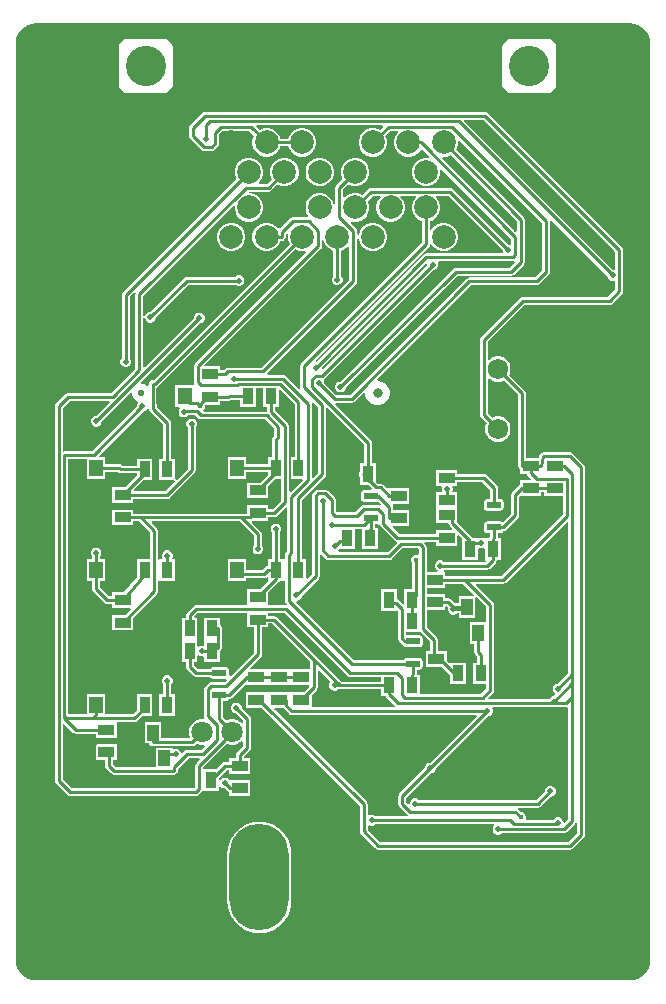
<source format=gbl>
G04*
G04 #@! TF.GenerationSoftware,Altium Limited,Altium Designer,23.8.1 (32)*
G04*
G04 Layer_Physical_Order=2*
G04 Layer_Color=16711680*
%FSLAX44Y44*%
%MOMM*%
G71*
G04*
G04 #@! TF.SameCoordinates,C7883470-4D28-45A4-81C0-78593BF10AE1*
G04*
G04*
G04 #@! TF.FilePolarity,Positive*
G04*
G01*
G75*
%ADD14C,0.2540*%
%ADD20R,1.1500X1.4500*%
%ADD43C,1.8000*%
%ADD44C,1.7250*%
%ADD45C,0.8250*%
%ADD46C,0.5750*%
%ADD47O,5.0000X9.0000*%
%ADD48C,3.4036*%
%ADD49C,2.0066*%
%ADD50C,0.5000*%
%ADD51C,0.4500*%
%ADD52R,1.0000X1.4000*%
%ADD53R,1.3800X0.9200*%
%ADD54R,0.9200X1.3800*%
G04:AMPARAMS|DCode=55|XSize=1.24mm|YSize=0.59mm|CornerRadius=0.0738mm|HoleSize=0mm|Usage=FLASHONLY|Rotation=180.000|XOffset=0mm|YOffset=0mm|HoleType=Round|Shape=RoundedRectangle|*
%AMROUNDEDRECTD55*
21,1,1.2400,0.4425,0,0,180.0*
21,1,1.0925,0.5900,0,0,180.0*
1,1,0.1475,-0.5463,0.2213*
1,1,0.1475,0.5463,0.2213*
1,1,0.1475,0.5463,-0.2213*
1,1,0.1475,-0.5463,-0.2213*
%
%ADD55ROUNDEDRECTD55*%
G36*
X1419625Y1526713D02*
X1422754Y1525763D01*
X1425639Y1524222D01*
X1428167Y1522147D01*
X1430242Y1519619D01*
X1431783Y1516734D01*
X1432733Y1513605D01*
X1433048Y1510408D01*
X1433036Y1510350D01*
Y733740D01*
X1433048Y733681D01*
X1432733Y730485D01*
X1431783Y727356D01*
X1430242Y724471D01*
X1428167Y721943D01*
X1425639Y719868D01*
X1422754Y718327D01*
X1419625Y717377D01*
X1416429Y717062D01*
X1416370Y717074D01*
X912810D01*
X912751Y717062D01*
X909555Y717377D01*
X906426Y718327D01*
X903541Y719868D01*
X901013Y721943D01*
X898938Y724471D01*
X897397Y727356D01*
X896447Y730485D01*
X896132Y733681D01*
X896144Y733740D01*
Y1510350D01*
X896132Y1510408D01*
X896447Y1513605D01*
X897397Y1516734D01*
X898938Y1519619D01*
X901013Y1522147D01*
X903541Y1524222D01*
X906426Y1525763D01*
X909555Y1526713D01*
X912751Y1527028D01*
X912810Y1527016D01*
X1416370D01*
X1416429Y1527028D01*
X1419625Y1526713D01*
D02*
G37*
%LPC*%
G36*
X1347918Y1514077D02*
X1313882D01*
X1313102Y1513922D01*
X1312440Y1513480D01*
X1308630Y1509670D01*
X1308188Y1509008D01*
X1308033Y1508228D01*
Y1474192D01*
X1308188Y1473412D01*
X1308630Y1472750D01*
X1312440Y1468940D01*
X1313102Y1468498D01*
X1313882Y1468343D01*
X1347918D01*
X1348698Y1468498D01*
X1349360Y1468940D01*
X1353170Y1472750D01*
X1353612Y1473412D01*
X1353767Y1474192D01*
Y1508228D01*
X1353612Y1509008D01*
X1353170Y1509670D01*
X1349360Y1513480D01*
X1348698Y1513922D01*
X1347918Y1514077D01*
D02*
G37*
G36*
X1022918D02*
X988882D01*
X988102Y1513922D01*
X987440Y1513480D01*
X983630Y1509670D01*
X983188Y1509008D01*
X983033Y1508228D01*
Y1474192D01*
X983188Y1473412D01*
X983630Y1472750D01*
X987440Y1468940D01*
X988102Y1468498D01*
X988882Y1468343D01*
X1022918D01*
X1023698Y1468498D01*
X1024360Y1468940D01*
X1028170Y1472750D01*
X1028612Y1473412D01*
X1028767Y1474192D01*
Y1508228D01*
X1028612Y1509008D01*
X1028170Y1509670D01*
X1024360Y1513480D01*
X1023698Y1513922D01*
X1022918Y1514077D01*
D02*
G37*
G36*
X1293622Y1452150D02*
X1055878D01*
X1054602Y1451896D01*
X1053520Y1451174D01*
X1043361Y1441013D01*
X1042638Y1439932D01*
X1042384Y1438656D01*
Y1432130D01*
X1042638Y1430854D01*
X1043361Y1429772D01*
X1053090Y1420043D01*
X1054172Y1419320D01*
X1055448Y1419066D01*
X1061805D01*
X1063081Y1419320D01*
X1064162Y1420043D01*
X1067455Y1423335D01*
X1068177Y1424417D01*
X1068431Y1425692D01*
Y1433211D01*
X1071399Y1436179D01*
X1093716D01*
X1097866Y1432030D01*
X1097187Y1430855D01*
X1096367Y1427794D01*
Y1424626D01*
X1097187Y1421565D01*
X1098771Y1418822D01*
X1101012Y1416581D01*
X1103756Y1414997D01*
X1106816Y1414177D01*
X1109984D01*
X1113045Y1414997D01*
X1115788Y1416581D01*
X1118029Y1418822D01*
X1119613Y1421565D01*
X1119964Y1422876D01*
X1126836D01*
X1127187Y1421565D01*
X1128771Y1418822D01*
X1131012Y1416581D01*
X1133755Y1414997D01*
X1136816Y1414177D01*
X1139984D01*
X1143045Y1414997D01*
X1145788Y1416581D01*
X1148029Y1418822D01*
X1149613Y1421565D01*
X1150433Y1424626D01*
Y1427794D01*
X1149613Y1430855D01*
X1148029Y1433598D01*
X1145788Y1435839D01*
X1143045Y1437423D01*
X1139984Y1438243D01*
X1136816D01*
X1133755Y1437423D01*
X1131012Y1435839D01*
X1128771Y1433598D01*
X1127187Y1430855D01*
X1126836Y1429544D01*
X1119964D01*
X1119613Y1430855D01*
X1118029Y1433598D01*
X1115788Y1435839D01*
X1113045Y1437423D01*
X1109984Y1438243D01*
X1106816D01*
X1103756Y1437423D01*
X1102581Y1436745D01*
X1099780Y1439546D01*
X1100266Y1440719D01*
X1206535D01*
X1207020Y1439546D01*
X1204220Y1436745D01*
X1203045Y1437423D01*
X1199984Y1438243D01*
X1196816D01*
X1193755Y1437423D01*
X1191012Y1435839D01*
X1188771Y1433598D01*
X1187187Y1430855D01*
X1186367Y1427794D01*
Y1424626D01*
X1187187Y1421565D01*
X1188771Y1418822D01*
X1191012Y1416581D01*
X1193755Y1414997D01*
X1196816Y1414177D01*
X1199984D01*
X1203045Y1414997D01*
X1205788Y1416581D01*
X1208029Y1418822D01*
X1209613Y1421565D01*
X1210433Y1424626D01*
Y1427794D01*
X1209613Y1430855D01*
X1208934Y1432030D01*
X1213084Y1436179D01*
X1219556D01*
X1220082Y1434909D01*
X1218771Y1433598D01*
X1217187Y1430855D01*
X1216367Y1427794D01*
Y1424626D01*
X1217187Y1421565D01*
X1218771Y1418822D01*
X1221012Y1416581D01*
X1223755Y1414997D01*
X1226816Y1414177D01*
X1229984D01*
X1233044Y1414997D01*
X1235788Y1416581D01*
X1238029Y1418822D01*
X1238846Y1420237D01*
X1240105Y1420402D01*
X1246303Y1414204D01*
X1245645Y1413066D01*
X1244984Y1413243D01*
X1241816D01*
X1238755Y1412423D01*
X1236012Y1410839D01*
X1233771Y1408598D01*
X1232187Y1405854D01*
X1231367Y1402794D01*
Y1399626D01*
X1232187Y1396565D01*
X1233771Y1393821D01*
X1236012Y1391581D01*
X1238755Y1389997D01*
X1241816Y1389177D01*
X1244984D01*
X1248045Y1389997D01*
X1250788Y1391581D01*
X1253029Y1393821D01*
X1254613Y1396565D01*
X1255433Y1399626D01*
Y1402794D01*
X1255256Y1403455D01*
X1256395Y1404112D01*
X1315688Y1344819D01*
Y1339999D01*
X1314632Y1339293D01*
X1314075Y1339524D01*
X1313395D01*
X1266008Y1386911D01*
X1264926Y1387634D01*
X1263650Y1387888D01*
X1196744D01*
X1195469Y1387634D01*
X1194387Y1386911D01*
X1189220Y1381745D01*
X1188045Y1382423D01*
X1184984Y1383243D01*
X1181816D01*
X1178756Y1382423D01*
X1176012Y1380839D01*
X1174528Y1379355D01*
X1173258Y1379881D01*
Y1386353D01*
X1177581Y1390675D01*
X1178756Y1389997D01*
X1181816Y1389177D01*
X1184984D01*
X1188045Y1389997D01*
X1190789Y1391581D01*
X1193029Y1393821D01*
X1194613Y1396565D01*
X1195433Y1399626D01*
Y1402794D01*
X1194613Y1405854D01*
X1193029Y1408598D01*
X1190789Y1410839D01*
X1188045Y1412423D01*
X1184984Y1413243D01*
X1181816D01*
X1178756Y1412423D01*
X1176012Y1410839D01*
X1173771Y1408598D01*
X1172187Y1405854D01*
X1171367Y1402794D01*
Y1399626D01*
X1172187Y1396565D01*
X1172866Y1395390D01*
X1167567Y1390091D01*
X1166844Y1389010D01*
X1166590Y1387734D01*
Y1373382D01*
X1165320Y1373215D01*
X1164613Y1375854D01*
X1163029Y1378598D01*
X1160788Y1380839D01*
X1158044Y1382423D01*
X1154984Y1383243D01*
X1151816D01*
X1148755Y1382423D01*
X1146011Y1380839D01*
X1143771Y1378598D01*
X1142187Y1375854D01*
X1141367Y1372794D01*
Y1369626D01*
X1142187Y1366565D01*
X1143600Y1364117D01*
X1143250Y1363204D01*
X1142949Y1362847D01*
X1130517D01*
X1129241Y1362593D01*
X1128159Y1361871D01*
X1119639Y1353350D01*
X1118052Y1353559D01*
X1118029Y1353599D01*
X1115788Y1355839D01*
X1113045Y1357423D01*
X1109984Y1358243D01*
X1106816D01*
X1103756Y1357423D01*
X1101012Y1355839D01*
X1098771Y1353599D01*
X1097187Y1350855D01*
X1096367Y1347794D01*
Y1344626D01*
X1097187Y1341566D01*
X1098771Y1338822D01*
X1101012Y1336581D01*
X1103756Y1334997D01*
X1106816Y1334177D01*
X1109984D01*
X1113045Y1334997D01*
X1115788Y1336581D01*
X1118029Y1338822D01*
X1119613Y1341566D01*
X1119964Y1342876D01*
X1121156D01*
X1122432Y1343130D01*
X1123513Y1343853D01*
X1124236Y1344934D01*
X1124490Y1346210D01*
Y1348771D01*
X1125616Y1349897D01*
X1126754Y1349239D01*
X1126367Y1347794D01*
Y1344626D01*
X1127187Y1341566D01*
X1127866Y1340391D01*
X1012803Y1225328D01*
X1011936D01*
X1010660Y1225074D01*
X1009578Y1224352D01*
X1008856Y1223270D01*
X1008602Y1221994D01*
Y1220635D01*
X1007332Y1220108D01*
X1007119Y1220322D01*
X1005352Y1221342D01*
X1003381Y1221870D01*
X1002321D01*
X1001795Y1223140D01*
X1051775Y1273120D01*
X1052455D01*
X1054109Y1273805D01*
X1055375Y1275071D01*
X1056060Y1276725D01*
Y1278515D01*
X1055375Y1280169D01*
X1054109Y1281435D01*
X1052455Y1282120D01*
X1050665D01*
X1049011Y1281435D01*
X1047745Y1280169D01*
X1047060Y1278515D01*
Y1277835D01*
X1005267Y1236042D01*
X1004094Y1236528D01*
Y1277223D01*
X1005360Y1277233D01*
X1006045Y1275579D01*
X1007311Y1274313D01*
X1008965Y1273628D01*
X1010755D01*
X1012409Y1274313D01*
X1013675Y1275579D01*
X1014360Y1277233D01*
Y1277913D01*
X1042229Y1305782D01*
X1082058D01*
X1082539Y1305301D01*
X1084193Y1304616D01*
X1085983D01*
X1087637Y1305301D01*
X1088903Y1306567D01*
X1089588Y1308221D01*
Y1310011D01*
X1088903Y1311665D01*
X1087637Y1312931D01*
X1085983Y1313616D01*
X1084193D01*
X1082539Y1312931D01*
X1082058Y1312450D01*
X1040848D01*
X1039572Y1312196D01*
X1038490Y1311474D01*
X1009645Y1282628D01*
X1008965D01*
X1007311Y1281943D01*
X1006045Y1280677D01*
X1005360Y1279023D01*
X1004094Y1279033D01*
Y1296559D01*
X1080097Y1372562D01*
X1081367Y1372036D01*
Y1369626D01*
X1082187Y1366565D01*
X1083771Y1363821D01*
X1086012Y1361581D01*
X1088755Y1359997D01*
X1091816Y1359177D01*
X1094984D01*
X1098045Y1359997D01*
X1100788Y1361581D01*
X1103029Y1363821D01*
X1104613Y1366565D01*
X1105433Y1369626D01*
Y1372794D01*
X1104613Y1375854D01*
X1103029Y1378598D01*
X1100788Y1380839D01*
X1098045Y1382423D01*
X1094984Y1383243D01*
X1094092D01*
X1093413Y1384513D01*
X1093419Y1384522D01*
X1110046D01*
X1111322Y1384776D01*
X1112404Y1385499D01*
X1117580Y1390675D01*
X1118755Y1389997D01*
X1121816Y1389177D01*
X1124984D01*
X1128044Y1389997D01*
X1130788Y1391581D01*
X1133029Y1393821D01*
X1134613Y1396565D01*
X1135433Y1399626D01*
Y1402794D01*
X1134613Y1405854D01*
X1133029Y1408598D01*
X1130788Y1410839D01*
X1128044Y1412423D01*
X1124984Y1413243D01*
X1121816D01*
X1118755Y1412423D01*
X1116011Y1410839D01*
X1113771Y1408598D01*
X1112187Y1405854D01*
X1111367Y1402794D01*
Y1399626D01*
X1112187Y1396565D01*
X1112865Y1395390D01*
X1108665Y1391190D01*
X1102193D01*
X1101667Y1392460D01*
X1103029Y1393821D01*
X1104613Y1396565D01*
X1105433Y1399626D01*
Y1402794D01*
X1104613Y1405854D01*
X1103029Y1408598D01*
X1100788Y1410839D01*
X1098045Y1412423D01*
X1094984Y1413243D01*
X1091816D01*
X1088755Y1412423D01*
X1086012Y1410839D01*
X1083771Y1408598D01*
X1082187Y1405854D01*
X1081367Y1402794D01*
Y1399626D01*
X1082187Y1396565D01*
X1082865Y1395390D01*
X986719Y1299243D01*
X985996Y1298162D01*
X985742Y1296886D01*
Y1243566D01*
X985261Y1243085D01*
X984576Y1241431D01*
Y1239641D01*
X985261Y1237987D01*
X986527Y1236721D01*
X988181Y1236036D01*
X989971D01*
X991625Y1236721D01*
X992891Y1237987D01*
X993576Y1239641D01*
Y1241431D01*
X992891Y1243085D01*
X992410Y1243566D01*
Y1295505D01*
X996566Y1299660D01*
X997621Y1298920D01*
X997426Y1297940D01*
Y1234622D01*
X977210Y1214406D01*
X940562D01*
X939286Y1214152D01*
X938204Y1213429D01*
X930077Y1205302D01*
X929354Y1204220D01*
X929100Y1202944D01*
Y885952D01*
X929354Y884676D01*
X930077Y883595D01*
X939983Y873689D01*
X941064Y872966D01*
X942340Y872712D01*
X1048512D01*
X1049788Y872966D01*
X1050870Y873689D01*
X1053918Y876737D01*
X1054510Y877560D01*
X1067710D01*
Y881976D01*
X1068980Y882228D01*
X1069335Y881371D01*
X1070601Y880105D01*
X1072255Y879420D01*
X1072935D01*
X1075262Y877093D01*
X1076344Y876370D01*
X1076950Y876249D01*
Y872850D01*
X1094750D01*
Y886050D01*
X1077138D01*
X1076965Y886469D01*
X1075699Y887735D01*
X1074045Y888420D01*
X1072255D01*
X1070601Y887735D01*
X1069335Y886469D01*
X1068980Y885611D01*
X1067710Y885864D01*
Y888345D01*
X1074581Y895216D01*
X1076950D01*
Y891950D01*
X1094750D01*
Y905150D01*
X1089196D01*
X1089189Y906420D01*
X1094304Y911535D01*
X1095026Y912616D01*
X1095280Y913892D01*
Y938276D01*
X1095026Y939552D01*
X1094304Y940633D01*
X1087302Y947635D01*
Y948315D01*
X1086617Y949969D01*
X1085351Y951235D01*
X1083697Y951920D01*
X1081907D01*
X1080253Y951235D01*
X1078987Y949969D01*
X1078302Y948315D01*
Y946525D01*
X1078987Y944871D01*
X1080253Y943605D01*
X1081907Y942920D01*
X1082587D01*
X1088612Y936895D01*
Y935340D01*
X1087342Y934814D01*
X1086254Y935902D01*
X1083746Y937350D01*
X1080948Y938100D01*
X1078052D01*
X1075254Y937350D01*
X1074437Y936878D01*
X1071794Y939521D01*
Y953236D01*
X1073923D01*
X1074991Y953449D01*
X1075896Y954054D01*
X1076468Y954909D01*
X1077728Y955160D01*
X1078810Y955882D01*
X1090133Y967206D01*
X1090920Y966880D01*
Y966880D01*
X1108720D01*
Y966880D01*
X1109970D01*
Y966880D01*
X1127770D01*
Y966880D01*
X1129020D01*
Y966880D01*
X1143909D01*
X1144435Y965610D01*
X1139805Y960980D01*
X1129020D01*
Y960980D01*
X1127770D01*
Y960980D01*
X1127750Y960980D01*
X1109970D01*
Y960980D01*
X1108720D01*
Y960980D01*
X1108700Y960980D01*
X1090920D01*
Y947780D01*
X1104245D01*
X1187418Y864607D01*
Y843026D01*
X1187672Y841750D01*
X1188394Y840668D01*
X1200586Y828476D01*
X1201668Y827754D01*
X1202944Y827500D01*
X1365504D01*
X1366780Y827754D01*
X1367861Y828476D01*
X1377260Y837875D01*
X1377982Y838956D01*
X1378236Y840232D01*
Y1151128D01*
X1377982Y1152404D01*
X1377260Y1153485D01*
X1367861Y1162884D01*
X1366780Y1163606D01*
X1365504Y1163860D01*
X1342644D01*
X1342457Y1163823D01*
X1342266Y1163839D01*
X1341824Y1163697D01*
X1341368Y1163606D01*
X1341209Y1163500D01*
X1341027Y1163442D01*
X1340673Y1163142D01*
X1340287Y1162884D01*
X1340180Y1162725D01*
X1340034Y1162601D01*
X1339822Y1162188D01*
X1339564Y1161802D01*
X1339527Y1161615D01*
X1339439Y1161445D01*
X1338781Y1159150D01*
X1328198D01*
Y1213866D01*
X1327944Y1215142D01*
X1327222Y1216224D01*
X1313794Y1229651D01*
X1314191Y1230339D01*
X1314915Y1233041D01*
Y1235839D01*
X1314191Y1238541D01*
X1312792Y1240964D01*
X1310814Y1242942D01*
X1308391Y1244341D01*
X1305689Y1245065D01*
X1302891D01*
X1300189Y1244341D01*
X1297766Y1242942D01*
X1296956Y1242132D01*
X1295686Y1242658D01*
Y1257951D01*
X1326499Y1288764D01*
X1398778D01*
X1400054Y1289018D01*
X1401136Y1289740D01*
X1409518Y1298122D01*
X1410240Y1299204D01*
X1410494Y1300480D01*
Y1335278D01*
X1410240Y1336554D01*
X1409518Y1337635D01*
X1295979Y1451174D01*
X1294898Y1451896D01*
X1293622Y1452150D01*
D02*
G37*
G36*
X1154984Y1413243D02*
X1151816D01*
X1148755Y1412423D01*
X1146011Y1410839D01*
X1143771Y1408598D01*
X1142187Y1405854D01*
X1141367Y1402794D01*
Y1399626D01*
X1142187Y1396565D01*
X1143771Y1393821D01*
X1146011Y1391581D01*
X1148755Y1389997D01*
X1151816Y1389177D01*
X1154984D01*
X1158044Y1389997D01*
X1160788Y1391581D01*
X1163029Y1393821D01*
X1164613Y1396565D01*
X1165433Y1399626D01*
Y1402794D01*
X1164613Y1405854D01*
X1163029Y1408598D01*
X1160788Y1410839D01*
X1158044Y1412423D01*
X1154984Y1413243D01*
D02*
G37*
G36*
X1079984Y1358243D02*
X1076816D01*
X1073756Y1357423D01*
X1071012Y1355839D01*
X1068771Y1353599D01*
X1067187Y1350855D01*
X1066367Y1347794D01*
Y1344626D01*
X1067187Y1341566D01*
X1068771Y1338822D01*
X1071012Y1336581D01*
X1073756Y1334997D01*
X1076816Y1334177D01*
X1079984D01*
X1083045Y1334997D01*
X1085789Y1336581D01*
X1088029Y1338822D01*
X1089613Y1341566D01*
X1090433Y1344626D01*
Y1347794D01*
X1089613Y1350855D01*
X1088029Y1353599D01*
X1085789Y1355839D01*
X1083045Y1357423D01*
X1079984Y1358243D01*
D02*
G37*
G36*
X1102360Y850993D02*
X1098123Y850660D01*
X1093991Y849668D01*
X1090064Y848042D01*
X1086441Y845821D01*
X1083209Y843061D01*
X1080449Y839829D01*
X1078228Y836206D01*
X1076602Y832279D01*
X1075610Y828147D01*
X1075276Y823910D01*
Y783910D01*
X1075610Y779673D01*
X1076602Y775541D01*
X1078228Y771614D01*
X1080449Y767991D01*
X1083209Y764759D01*
X1086441Y761999D01*
X1090064Y759778D01*
X1093991Y758152D01*
X1098123Y757160D01*
X1102360Y756826D01*
X1106597Y757160D01*
X1110729Y758152D01*
X1114656Y759778D01*
X1118279Y761999D01*
X1121511Y764759D01*
X1124271Y767991D01*
X1126492Y771614D01*
X1128118Y775541D01*
X1129110Y779673D01*
X1129444Y783910D01*
Y823910D01*
X1129110Y828147D01*
X1128118Y832279D01*
X1126492Y836206D01*
X1124271Y839829D01*
X1121511Y843061D01*
X1118279Y845821D01*
X1114656Y848042D01*
X1110729Y849668D01*
X1106597Y850660D01*
X1102360Y850993D01*
D02*
G37*
%LPD*%
G36*
X1235123Y1379950D02*
X1233771Y1378598D01*
X1232187Y1375854D01*
X1231367Y1372794D01*
Y1369626D01*
X1232187Y1366565D01*
X1233771Y1363821D01*
X1236012Y1361581D01*
X1238755Y1359997D01*
X1240066Y1359646D01*
Y1341654D01*
X1137850Y1239438D01*
X1137127Y1238356D01*
X1136873Y1237081D01*
Y1218944D01*
X1137078Y1217917D01*
X1136329Y1217305D01*
X1136030Y1217169D01*
X1124529Y1228670D01*
X1123448Y1229392D01*
X1122172Y1229646D01*
X1109411D01*
X1108885Y1230916D01*
X1184220Y1306250D01*
X1184942Y1307332D01*
X1185196Y1308608D01*
Y1344089D01*
X1186466Y1344256D01*
X1187187Y1341566D01*
X1188771Y1338822D01*
X1191012Y1336581D01*
X1193755Y1334997D01*
X1196816Y1334177D01*
X1199984D01*
X1203045Y1334997D01*
X1205788Y1336581D01*
X1208029Y1338822D01*
X1209613Y1341566D01*
X1210433Y1344626D01*
Y1347794D01*
X1209613Y1350855D01*
X1208029Y1353599D01*
X1205788Y1355839D01*
X1203045Y1357423D01*
X1199984Y1358243D01*
X1196816D01*
X1193755Y1357423D01*
X1191012Y1355839D01*
X1188771Y1353599D01*
X1187187Y1350855D01*
X1186466Y1348164D01*
X1185196Y1348331D01*
Y1351562D01*
X1184942Y1352838D01*
X1184220Y1353920D01*
X1179714Y1358425D01*
X1180371Y1359564D01*
X1181816Y1359177D01*
X1184984D01*
X1188045Y1359997D01*
X1190789Y1361581D01*
X1193029Y1363821D01*
X1194613Y1366565D01*
X1195433Y1369626D01*
Y1372794D01*
X1194613Y1375854D01*
X1193935Y1377029D01*
X1198125Y1381220D01*
X1204597D01*
X1205123Y1379950D01*
X1203771Y1378598D01*
X1202187Y1375854D01*
X1201367Y1372794D01*
Y1369626D01*
X1202187Y1366565D01*
X1203771Y1363821D01*
X1206012Y1361581D01*
X1208756Y1359997D01*
X1211816Y1359177D01*
X1214984D01*
X1218045Y1359997D01*
X1220789Y1361581D01*
X1223029Y1363821D01*
X1224613Y1366565D01*
X1225433Y1369626D01*
Y1372794D01*
X1224613Y1375854D01*
X1223029Y1378598D01*
X1221677Y1379950D01*
X1222203Y1381220D01*
X1234597D01*
X1235123Y1379950D01*
D02*
G37*
G36*
X1320260Y1359635D02*
Y1351337D01*
X1319087Y1350850D01*
X1257030Y1412907D01*
X1257556Y1414177D01*
X1259984D01*
X1263044Y1414997D01*
X1264219Y1415675D01*
X1320260Y1359635D01*
D02*
G37*
G36*
X1308680Y1334809D02*
Y1334129D01*
X1308927Y1333532D01*
X1308079Y1332262D01*
X1243502D01*
X1242226Y1332008D01*
X1241144Y1331286D01*
X1150448Y1240589D01*
X1150260Y1240622D01*
X1149829Y1241987D01*
X1245758Y1337916D01*
X1246480Y1338997D01*
X1246666Y1339928D01*
X1247703Y1340217D01*
X1247974Y1340201D01*
X1248771Y1338822D01*
X1251011Y1336581D01*
X1253755Y1334997D01*
X1256816Y1334177D01*
X1259984D01*
X1263044Y1334997D01*
X1265788Y1336581D01*
X1268029Y1338822D01*
X1269613Y1341566D01*
X1270433Y1344626D01*
Y1347794D01*
X1269613Y1350855D01*
X1268029Y1353599D01*
X1265788Y1355839D01*
X1263044Y1357423D01*
X1259984Y1358243D01*
X1256816D01*
X1253755Y1357423D01*
X1251011Y1355839D01*
X1248771Y1353599D01*
X1248004Y1352270D01*
X1246734Y1352611D01*
Y1359646D01*
X1248045Y1359997D01*
X1250788Y1361581D01*
X1253029Y1363821D01*
X1254613Y1366565D01*
X1255433Y1369626D01*
Y1372794D01*
X1254613Y1375854D01*
X1253029Y1378598D01*
X1251677Y1379950D01*
X1252203Y1381220D01*
X1262269D01*
X1308680Y1334809D01*
D02*
G37*
G36*
X1403826Y1333897D02*
Y1318663D01*
X1402770Y1317957D01*
X1402213Y1318188D01*
X1401533D01*
X1275412Y1444309D01*
X1275899Y1445482D01*
X1292241D01*
X1403826Y1333897D01*
D02*
G37*
G36*
X1244208Y1323123D02*
X1244216Y1323096D01*
X1244144Y1322519D01*
X1156245Y1234620D01*
X1154822Y1234993D01*
X1154814Y1235020D01*
X1154886Y1235598D01*
X1242785Y1323497D01*
X1244208Y1323123D01*
D02*
G37*
G36*
X1157187Y1341566D02*
X1158771Y1338822D01*
X1161012Y1336581D01*
X1163755Y1334997D01*
X1165066Y1334646D01*
Y1312908D01*
X1164585Y1312427D01*
X1163900Y1310773D01*
Y1308983D01*
X1164585Y1307329D01*
X1165851Y1306063D01*
X1167505Y1305378D01*
X1169295D01*
X1170949Y1306063D01*
X1172215Y1307329D01*
X1172900Y1308983D01*
Y1310773D01*
X1172215Y1312427D01*
X1171734Y1312908D01*
Y1334646D01*
X1173045Y1334997D01*
X1175788Y1336581D01*
X1177258Y1338051D01*
X1178528Y1337525D01*
Y1309989D01*
X1104209Y1235670D01*
X1075653D01*
X1074378Y1235417D01*
X1073296Y1234694D01*
X1071956Y1233354D01*
X1069350D01*
Y1236620D01*
X1056304D01*
X1055818Y1237793D01*
X1154248Y1336222D01*
X1154970Y1337304D01*
X1155224Y1338580D01*
Y1343985D01*
X1156494Y1344152D01*
X1157187Y1341566D01*
D02*
G37*
G36*
X1341850Y1358027D02*
Y1318117D01*
X1335675Y1311942D01*
X1280088D01*
X1278812Y1311688D01*
X1277731Y1310966D01*
X1179313Y1212547D01*
X1167322D01*
X1157406Y1222463D01*
Y1223143D01*
X1156808Y1224588D01*
X1156734Y1224844D01*
X1157112Y1226202D01*
X1157550Y1226495D01*
X1249387Y1318332D01*
X1250067D01*
X1251721Y1319017D01*
X1252987Y1320283D01*
X1253672Y1321937D01*
Y1323727D01*
X1253425Y1324324D01*
X1254273Y1325594D01*
X1316990D01*
X1318017Y1325798D01*
X1318630Y1325050D01*
X1318766Y1324751D01*
X1314085Y1320070D01*
X1268476D01*
X1267200Y1319816D01*
X1266118Y1319093D01*
X1170725Y1223700D01*
X1170045D01*
X1168391Y1223015D01*
X1167125Y1221749D01*
X1166440Y1220095D01*
Y1218305D01*
X1167125Y1216651D01*
X1168391Y1215385D01*
X1170045Y1214700D01*
X1171835D01*
X1173489Y1215385D01*
X1174755Y1216651D01*
X1175440Y1218305D01*
Y1218985D01*
X1269857Y1313402D01*
X1315466D01*
X1316742Y1313656D01*
X1317823Y1314379D01*
X1325952Y1322507D01*
X1326674Y1323588D01*
X1326928Y1324864D01*
Y1361016D01*
X1326674Y1362292D01*
X1325952Y1363373D01*
X1268934Y1420390D01*
X1269613Y1421565D01*
X1270433Y1424626D01*
Y1427648D01*
X1271108Y1428184D01*
X1271479Y1428398D01*
X1341850Y1358027D01*
D02*
G37*
G36*
X1396818Y1313473D02*
Y1312793D01*
X1397503Y1311139D01*
X1398769Y1309873D01*
X1400423Y1309188D01*
X1402213D01*
X1402770Y1309419D01*
X1403826Y1308713D01*
Y1301861D01*
X1397397Y1295432D01*
X1325118D01*
X1323842Y1295178D01*
X1322760Y1294456D01*
X1289995Y1261690D01*
X1289272Y1260608D01*
X1289018Y1259332D01*
Y1195578D01*
X1289272Y1194302D01*
X1289995Y1193221D01*
X1294786Y1188429D01*
X1294389Y1187741D01*
X1293665Y1185039D01*
Y1182241D01*
X1294389Y1179539D01*
X1295788Y1177116D01*
X1297766Y1175138D01*
X1300189Y1173739D01*
X1302891Y1173015D01*
X1305689D01*
X1308391Y1173739D01*
X1310814Y1175138D01*
X1312792Y1177116D01*
X1314191Y1179539D01*
X1314915Y1182241D01*
Y1185039D01*
X1314191Y1187741D01*
X1312792Y1190164D01*
X1310814Y1192142D01*
X1308391Y1193541D01*
X1305689Y1194265D01*
X1302891D01*
X1300189Y1193541D01*
X1299501Y1193144D01*
X1295686Y1196959D01*
Y1226222D01*
X1296956Y1226748D01*
X1297766Y1225938D01*
X1300189Y1224539D01*
X1302891Y1223815D01*
X1305689D01*
X1308391Y1224539D01*
X1309079Y1224936D01*
X1321530Y1212485D01*
Y1152550D01*
X1321784Y1151274D01*
X1322507Y1150192D01*
X1323330Y1149642D01*
Y1145950D01*
X1328916D01*
X1329150Y1144772D01*
X1329872Y1143690D01*
X1332339Y1141223D01*
X1331853Y1140050D01*
X1323330D01*
Y1136358D01*
X1322507Y1135808D01*
X1316411Y1129712D01*
X1315688Y1128630D01*
X1315434Y1127354D01*
Y1112021D01*
X1308170Y1104757D01*
X1307401Y1105271D01*
X1306333Y1105483D01*
X1295408D01*
X1294339Y1105271D01*
X1293434Y1104666D01*
X1292829Y1103761D01*
X1292616Y1102692D01*
Y1098267D01*
X1292829Y1097199D01*
X1293434Y1096294D01*
X1294339Y1095689D01*
X1295408Y1095476D01*
X1297536D01*
Y1093057D01*
X1297512Y1093034D01*
X1296790Y1091952D01*
X1296588Y1090940D01*
X1293270D01*
X1293270Y1090940D01*
X1292125Y1091243D01*
X1291215Y1091620D01*
X1289425D01*
X1288582Y1091271D01*
X1287370Y1090940D01*
X1287370Y1090940D01*
X1287370Y1090940D01*
X1283440D01*
X1283128Y1091407D01*
X1270010Y1104525D01*
Y1116690D01*
Y1129890D01*
X1266387D01*
X1265539Y1131160D01*
X1265864Y1131945D01*
Y1133735D01*
X1265539Y1134520D01*
X1266387Y1135790D01*
X1270010D01*
Y1139056D01*
X1290971D01*
X1297654Y1132373D01*
Y1124484D01*
X1295408D01*
X1294339Y1124271D01*
X1293434Y1123666D01*
X1292829Y1122761D01*
X1292616Y1121693D01*
Y1117268D01*
X1292829Y1116199D01*
X1293434Y1115294D01*
X1294339Y1114689D01*
X1295408Y1114476D01*
X1306333D01*
X1307401Y1114689D01*
X1308306Y1115294D01*
X1308911Y1116199D01*
X1309124Y1117268D01*
Y1121693D01*
X1308911Y1122761D01*
X1308306Y1123666D01*
X1307401Y1124271D01*
X1306333Y1124484D01*
X1304322D01*
Y1133754D01*
X1304068Y1135030D01*
X1303346Y1136111D01*
X1294709Y1144747D01*
X1293628Y1145470D01*
X1292352Y1145724D01*
X1270010D01*
Y1148990D01*
X1252210D01*
Y1135790D01*
X1256340D01*
X1257189Y1134520D01*
X1256864Y1133735D01*
Y1131945D01*
X1257189Y1131160D01*
X1256340Y1129890D01*
X1252210D01*
Y1116690D01*
Y1104040D01*
X1262367D01*
X1262602Y1102862D01*
X1263325Y1101780D01*
X1265791Y1099313D01*
X1265305Y1098140D01*
X1252210D01*
Y1094874D01*
X1220581D01*
X1215178Y1100277D01*
X1215664Y1101450D01*
X1229370D01*
Y1114650D01*
X1215422D01*
Y1117956D01*
X1215168Y1119232D01*
X1215136Y1119280D01*
X1215815Y1120550D01*
X1229370D01*
Y1133750D01*
X1211570D01*
Y1133750D01*
X1210424Y1133275D01*
X1207231Y1136468D01*
X1206150Y1137190D01*
X1204874Y1137444D01*
X1202547D01*
X1201060Y1138931D01*
Y1154440D01*
X1197794D01*
Y1172058D01*
X1197540Y1173334D01*
X1196817Y1174416D01*
X1166624Y1204609D01*
X1167150Y1205879D01*
X1180694D01*
X1181970Y1206133D01*
X1183051Y1206856D01*
X1190840Y1214644D01*
X1192110Y1214118D01*
Y1212771D01*
X1192808Y1210164D01*
X1194158Y1207826D01*
X1196066Y1205918D01*
X1198403Y1204568D01*
X1201010Y1203870D01*
X1203709D01*
X1206316Y1204568D01*
X1208653Y1205918D01*
X1210562Y1207826D01*
X1211911Y1210164D01*
X1212610Y1212771D01*
Y1215469D01*
X1211911Y1218076D01*
X1210562Y1220414D01*
X1208653Y1222322D01*
X1206316Y1223671D01*
X1203709Y1224370D01*
X1202362D01*
X1201835Y1225640D01*
X1281469Y1305274D01*
X1337056D01*
X1338332Y1305528D01*
X1339413Y1306250D01*
X1347542Y1314379D01*
X1348264Y1315460D01*
X1348518Y1316736D01*
Y1359408D01*
X1348377Y1360118D01*
X1349547Y1360744D01*
X1396818Y1313473D01*
D02*
G37*
G36*
X1105310Y1202680D02*
X1108576D01*
Y1198502D01*
X1108456Y1198404D01*
X1055316D01*
X1055060Y1198923D01*
X1054927Y1199674D01*
X1055963Y1200710D01*
X1056610Y1202272D01*
Y1203963D01*
X1056848Y1204320D01*
X1069350D01*
Y1207586D01*
X1076198D01*
X1077474Y1207840D01*
X1078082Y1208246D01*
X1086210D01*
Y1202680D01*
X1099410D01*
Y1218417D01*
X1105310D01*
Y1202680D01*
D02*
G37*
G36*
X994610Y1214159D02*
Y1213100D01*
X995138Y1211129D01*
X996159Y1209361D01*
X997602Y1207918D01*
X999369Y1206898D01*
X999732Y1205486D01*
X999485Y1205239D01*
X998800Y1203585D01*
Y1202905D01*
X960517Y1164622D01*
X937006D01*
X936750Y1164571D01*
X935768Y1165377D01*
Y1201563D01*
X941943Y1207738D01*
X975303D01*
X975790Y1206565D01*
X963825Y1194600D01*
X963145D01*
X961491Y1193915D01*
X960225Y1192649D01*
X959540Y1190995D01*
Y1189205D01*
X960225Y1187551D01*
X961491Y1186285D01*
X963145Y1185600D01*
X964935D01*
X966589Y1186285D01*
X967855Y1187551D01*
X968540Y1189205D01*
Y1189885D01*
X993340Y1214685D01*
X994610Y1214159D01*
D02*
G37*
G36*
X1133755Y1334997D02*
X1136816Y1334177D01*
X1139984D01*
X1141339Y1334540D01*
X1141996Y1333401D01*
X1047679Y1239083D01*
X1046956Y1238002D01*
X1046702Y1236726D01*
Y1223612D01*
X1046956Y1222336D01*
X1047263Y1221875D01*
X1046434Y1220830D01*
X1031220D01*
Y1202330D01*
X1034543D01*
X1035069Y1201060D01*
X1034545Y1200536D01*
X1033860Y1198883D01*
Y1197092D01*
X1034545Y1195438D01*
X1035811Y1194173D01*
X1037465Y1193487D01*
X1039255D01*
X1040909Y1194173D01*
X1041976Y1195239D01*
X1047846D01*
X1050372Y1192712D01*
X1051454Y1191990D01*
X1052730Y1191736D01*
X1107075D01*
X1115028Y1183783D01*
Y1177909D01*
X1113972Y1176853D01*
X1113250Y1175772D01*
X1112996Y1174496D01*
Y1159520D01*
X1109730D01*
Y1153954D01*
X1091280D01*
Y1159870D01*
X1075780D01*
Y1141370D01*
X1091280D01*
Y1147286D01*
X1109730D01*
Y1144925D01*
X1102975Y1138170D01*
X1092190D01*
Y1124970D01*
X1109990D01*
Y1135755D01*
X1115955Y1141720D01*
X1120870D01*
Y1123045D01*
X1113629Y1115804D01*
X1109990D01*
Y1119070D01*
X1092190D01*
Y1112044D01*
X995690D01*
Y1115310D01*
X977890D01*
Y1102110D01*
X995690D01*
Y1105376D01*
X1000395D01*
X1009625Y1096146D01*
X1009734Y1074060D01*
X1008838Y1073160D01*
X998580D01*
Y1058171D01*
X987960Y1045460D01*
X977890D01*
Y1042194D01*
X975073D01*
X967374Y1049893D01*
Y1055010D01*
X971790D01*
Y1073510D01*
X967374D01*
Y1075708D01*
X967855Y1076189D01*
X968540Y1077843D01*
Y1079633D01*
X967855Y1081287D01*
X966589Y1082553D01*
X964935Y1083238D01*
X963145D01*
X961491Y1082553D01*
X960225Y1081287D01*
X959540Y1079633D01*
Y1077843D01*
X960225Y1076189D01*
X960706Y1075708D01*
Y1073510D01*
X956290D01*
Y1055010D01*
X960706D01*
Y1048512D01*
X960960Y1047236D01*
X961683Y1046154D01*
X971335Y1036503D01*
X972416Y1035780D01*
X973692Y1035526D01*
X977890D01*
Y1032260D01*
X992915D01*
X993401Y1031087D01*
X988675Y1026360D01*
X977890D01*
Y1013160D01*
X995690D01*
Y1023945D01*
X1015564Y1043819D01*
X1015568Y1043826D01*
X1015575Y1043830D01*
X1015930Y1044367D01*
X1016286Y1044900D01*
X1016288Y1044909D01*
X1016292Y1044916D01*
X1016415Y1045546D01*
X1016540Y1046176D01*
X1016538Y1046184D01*
X1016540Y1046193D01*
X1016496Y1055153D01*
X1017765Y1055360D01*
X1030880D01*
Y1073160D01*
X1029163D01*
X1028376Y1074430D01*
X1028780Y1075405D01*
Y1077195D01*
X1028095Y1078849D01*
X1026829Y1080115D01*
X1025175Y1080800D01*
X1023385D01*
X1021731Y1080115D01*
X1020465Y1078849D01*
X1019780Y1077195D01*
Y1075405D01*
X1020184Y1074430D01*
X1019397Y1073160D01*
X1017680D01*
Y1072501D01*
X1016410Y1072498D01*
X1016286Y1097551D01*
X1016158Y1098179D01*
X1016032Y1098810D01*
X1016028Y1098817D01*
X1016026Y1098825D01*
X1015666Y1099359D01*
X1015310Y1099892D01*
X1010998Y1104203D01*
X1011485Y1105376D01*
X1085485D01*
X1097756Y1093105D01*
Y1085070D01*
X1097275Y1084589D01*
X1096590Y1082935D01*
Y1081145D01*
X1097275Y1079491D01*
X1098541Y1078225D01*
X1100195Y1077540D01*
X1101985D01*
X1103639Y1078225D01*
X1104905Y1079491D01*
X1105590Y1081145D01*
Y1082935D01*
X1104905Y1084589D01*
X1104424Y1085070D01*
Y1094486D01*
X1104170Y1095762D01*
X1103448Y1096843D01*
X1095977Y1104314D01*
X1095975Y1104323D01*
X1096010Y1104826D01*
X1096269Y1105765D01*
X1096498Y1105847D01*
X1096537Y1105870D01*
X1109990D01*
Y1109136D01*
X1115010D01*
X1116286Y1109390D01*
X1117368Y1110113D01*
X1124523Y1117268D01*
X1125696Y1116781D01*
Y1080119D01*
X1125148Y1079572D01*
X1124426Y1078490D01*
X1124172Y1077214D01*
Y1073228D01*
X1122930Y1073160D01*
X1122902Y1073160D01*
X1119664D01*
Y1096028D01*
X1120145Y1096509D01*
X1120830Y1098163D01*
Y1099953D01*
X1120145Y1101607D01*
X1118879Y1102873D01*
X1117225Y1103558D01*
X1115435D01*
X1113781Y1102873D01*
X1112515Y1101607D01*
X1111830Y1099953D01*
Y1098163D01*
X1112515Y1096509D01*
X1112996Y1096028D01*
Y1073160D01*
X1109730D01*
Y1067594D01*
X1109629D01*
X1108353Y1067340D01*
X1107271Y1066618D01*
X1104858Y1064204D01*
X1091280D01*
Y1073510D01*
X1075780D01*
Y1055010D01*
X1091280D01*
Y1057536D01*
X1106239D01*
X1107515Y1057790D01*
X1108460Y1058421D01*
X1109391Y1058183D01*
X1109730Y1058043D01*
Y1055360D01*
X1109730Y1055360D01*
X1109730D01*
X1109252Y1054277D01*
X1102975Y1048000D01*
X1092190D01*
Y1035590D01*
X1092190Y1034800D01*
X1091119Y1034320D01*
X1048512D01*
X1047236Y1034066D01*
X1046154Y1033344D01*
X1040923Y1028112D01*
X1040200Y1027030D01*
X1039946Y1025754D01*
Y1023630D01*
X1036680D01*
Y1005850D01*
X1036680Y1005830D01*
Y1004580D01*
X1036680Y1004560D01*
Y986780D01*
X1039946D01*
Y982472D01*
X1040200Y981196D01*
X1040923Y980115D01*
X1046154Y974883D01*
X1047236Y974160D01*
X1048512Y973906D01*
X1060455D01*
X1061024Y973054D01*
X1061929Y972449D01*
X1062998Y972236D01*
X1073923D01*
X1073931Y972238D01*
X1074557Y971068D01*
X1072785Y969296D01*
X1061720D01*
X1060444Y969042D01*
X1059362Y968319D01*
X1056569Y965526D01*
X1055846Y964444D01*
X1055592Y963168D01*
Y940308D01*
X1055789Y939315D01*
X1055771Y939221D01*
X1055279Y938448D01*
X1054941Y938100D01*
X1052652D01*
X1049854Y937350D01*
X1047346Y935902D01*
X1045298Y933854D01*
X1043850Y931346D01*
X1043100Y928548D01*
Y925652D01*
X1043792Y923068D01*
X1043456Y922368D01*
X1042993Y921798D01*
X1019190D01*
Y935670D01*
X1005190D01*
Y917670D01*
X1009014D01*
X1009110Y917188D01*
X1009833Y916106D01*
X1010914Y915384D01*
X1012190Y915130D01*
X1045464D01*
X1046740Y915384D01*
X1047822Y916106D01*
X1049037Y917322D01*
X1049854Y916850D01*
X1052652Y916100D01*
X1055548D01*
X1055756Y916156D01*
X1056391Y915056D01*
X1053120Y911785D01*
X1041039D01*
X1039763Y911532D01*
X1038682Y910809D01*
X1037167Y909294D01*
X1035784Y909707D01*
X1035309Y910853D01*
X1034043Y912119D01*
X1032389Y912804D01*
X1030599D01*
X1029960Y912539D01*
X1028690Y913388D01*
Y913670D01*
X1014690D01*
Y897668D01*
X980805D01*
X978440Y900033D01*
Y903330D01*
X981720D01*
Y916530D01*
X963920D01*
Y903330D01*
X971772D01*
Y898652D01*
X972026Y897376D01*
X972748Y896294D01*
X977066Y891976D01*
X978148Y891254D01*
X979424Y891000D01*
X1029970D01*
X1031246Y891254D01*
X1032327Y891976D01*
X1033050Y893058D01*
X1033304Y894334D01*
Y896001D01*
X1042420Y905117D01*
X1051578D01*
X1052064Y903944D01*
X1049202Y901082D01*
X1048480Y900001D01*
X1048226Y898725D01*
Y880475D01*
X1047131Y879380D01*
X943721D01*
X935768Y887333D01*
Y933648D01*
X936941Y934134D01*
X944403Y926672D01*
X945484Y925950D01*
X946760Y925696D01*
X963920D01*
Y922430D01*
X981720D01*
Y935450D01*
X996544D01*
X997820Y935704D01*
X998902Y936426D01*
X1003535Y941060D01*
X1011780D01*
Y958860D01*
X998580D01*
Y945535D01*
X995163Y942118D01*
X971790D01*
Y959210D01*
X956290D01*
Y942118D01*
X940419D01*
X940340Y942197D01*
Y1157954D01*
X956290D01*
Y1141370D01*
X971790D01*
Y1147286D01*
X982361D01*
X982654Y1146992D01*
X983736Y1146270D01*
X985012Y1146016D01*
X998580D01*
Y1144315D01*
X988675Y1134410D01*
X977890D01*
Y1121210D01*
X995690D01*
Y1124476D01*
X1024178D01*
X1025454Y1124730D01*
X1026535Y1125452D01*
X1047314Y1146230D01*
X1048036Y1147312D01*
X1048290Y1148588D01*
Y1185233D01*
X1048771Y1185714D01*
X1049456Y1187368D01*
Y1189158D01*
X1048771Y1190812D01*
X1047505Y1192078D01*
X1045851Y1192763D01*
X1044061D01*
X1042407Y1192078D01*
X1041141Y1190812D01*
X1040456Y1189158D01*
Y1187368D01*
X1041141Y1185714D01*
X1041622Y1185233D01*
Y1149969D01*
X1032150Y1140497D01*
X1030880Y1141023D01*
Y1158250D01*
X1027614D01*
Y1188568D01*
X1027360Y1189844D01*
X1026637Y1190926D01*
X1015270Y1202293D01*
Y1218876D01*
X1015460Y1218914D01*
X1016541Y1219637D01*
X1132580Y1335676D01*
X1133755Y1334997D01*
D02*
G37*
G36*
X1152112Y1202325D02*
Y1146561D01*
X1148015Y1142464D01*
X1146842Y1142950D01*
Y1204976D01*
X1146638Y1206003D01*
X1147386Y1206616D01*
X1147685Y1206752D01*
X1152112Y1202325D01*
D02*
G37*
G36*
X1199029Y1138671D02*
X1198928Y1138652D01*
X1198875Y1138599D01*
X1198871Y1138509D01*
X1198915Y1138383D01*
X1199007Y1138222D01*
X1199149Y1138024D01*
X1199338Y1137790D01*
X1199863Y1137216D01*
X1200198Y1136874D01*
X1196606D01*
X1196242Y1137220D01*
X1195880Y1137529D01*
X1195519Y1137802D01*
X1195158Y1138039D01*
X1194799Y1138240D01*
X1194440Y1138404D01*
X1194082Y1138533D01*
X1193725Y1138625D01*
X1193369Y1138681D01*
X1193013Y1138701D01*
X1199029Y1138671D01*
D02*
G37*
G36*
X1008669Y1200574D02*
X1008856Y1199636D01*
X1009578Y1198555D01*
X1020946Y1187187D01*
Y1158250D01*
X1017680D01*
Y1140450D01*
X1030307D01*
X1030833Y1139180D01*
X1022797Y1131144D01*
X996635D01*
X996109Y1132414D01*
X1004145Y1140450D01*
X1011780D01*
Y1158250D01*
X998580D01*
Y1152684D01*
X986393D01*
X986099Y1152978D01*
X985018Y1153700D01*
X983742Y1153954D01*
X971790D01*
Y1159870D01*
X966854D01*
X966368Y1161043D01*
X1003515Y1198190D01*
X1004195D01*
X1005849Y1198875D01*
X1007115Y1200141D01*
X1007379Y1200779D01*
X1008669Y1200574D01*
D02*
G37*
G36*
X1132096Y1204720D02*
Y1159520D01*
X1128830D01*
Y1141720D01*
X1138394D01*
X1138880Y1140547D01*
X1128711Y1130378D01*
X1127538Y1130864D01*
Y1185824D01*
X1127284Y1187100D01*
X1126562Y1188181D01*
X1115244Y1199499D01*
Y1202680D01*
X1118510D01*
Y1216647D01*
X1119683Y1217133D01*
X1132096Y1204720D01*
D02*
G37*
G36*
X1191126Y1170677D02*
Y1154440D01*
X1187860D01*
Y1148219D01*
X1187378Y1147897D01*
X1186656Y1146816D01*
X1186402Y1145540D01*
X1186656Y1144264D01*
X1187378Y1143183D01*
X1187860Y1142701D01*
Y1136640D01*
X1193221D01*
X1193310Y1136626D01*
X1193481Y1136582D01*
X1193669Y1136515D01*
X1193876Y1136420D01*
X1194100Y1136295D01*
X1194343Y1136135D01*
X1194602Y1135939D01*
X1194737Y1135824D01*
X1197284Y1133277D01*
X1196798Y1132104D01*
X1191268D01*
X1190200Y1131891D01*
X1189294Y1131286D01*
X1188689Y1130381D01*
X1188476Y1129313D01*
Y1124888D01*
X1188689Y1123820D01*
X1189294Y1122914D01*
X1190200Y1122309D01*
X1191268Y1122096D01*
X1202193D01*
X1203060Y1122269D01*
X1205502Y1119827D01*
X1204693Y1118840D01*
X1204220Y1119156D01*
X1202944Y1119410D01*
X1190752D01*
X1189476Y1119156D01*
X1188394Y1118434D01*
X1183275Y1113314D01*
X1167749D01*
X1166908Y1114155D01*
Y1123696D01*
X1166654Y1124972D01*
X1165931Y1126053D01*
X1160598Y1131387D01*
X1159516Y1132110D01*
X1158240Y1132364D01*
X1152144D01*
X1150868Y1132110D01*
X1149787Y1131387D01*
X1147755Y1129355D01*
X1147032Y1128274D01*
X1146778Y1126998D01*
Y1060561D01*
X1143203Y1056986D01*
X1142030Y1057472D01*
Y1073160D01*
X1138764D01*
Y1123783D01*
X1157803Y1142822D01*
X1158526Y1143904D01*
X1158780Y1145180D01*
Y1201364D01*
X1159953Y1201850D01*
X1191126Y1170677D01*
D02*
G37*
G36*
X1274170Y1090935D02*
Y1073140D01*
X1287370D01*
Y1082096D01*
X1288640Y1082945D01*
X1289425Y1082620D01*
X1291215D01*
X1292000Y1082945D01*
X1293270Y1082096D01*
Y1073140D01*
X1293614D01*
X1294095Y1072018D01*
X1293383Y1071150D01*
X1258552D01*
X1258071Y1071631D01*
X1256417Y1072316D01*
X1254627D01*
X1252973Y1071631D01*
X1251707Y1070365D01*
X1251022Y1068711D01*
Y1066921D01*
X1251707Y1065267D01*
X1252973Y1064001D01*
X1253217Y1063900D01*
X1252965Y1062630D01*
X1243870D01*
Y1083564D01*
X1243616Y1084840D01*
X1242894Y1085921D01*
X1241782Y1087033D01*
X1242268Y1088206D01*
X1252210D01*
Y1084940D01*
X1270010D01*
Y1093436D01*
X1271183Y1093922D01*
X1274170Y1090935D01*
D02*
G37*
G36*
X1203981Y1102550D02*
X1204148Y1102374D01*
X1204182Y1102202D01*
X1204904Y1101121D01*
X1216842Y1089183D01*
X1217924Y1088460D01*
X1218065Y1088432D01*
X1218483Y1087054D01*
X1210961Y1079532D01*
X1169365D01*
X1168954Y1080802D01*
X1169929Y1081777D01*
X1170034Y1082030D01*
X1183230D01*
Y1099280D01*
X1189130D01*
Y1082030D01*
X1202330D01*
Y1099830D01*
X1200064D01*
Y1103096D01*
X1202193D01*
X1202689Y1103195D01*
X1203981Y1102550D01*
D02*
G37*
G36*
X1237202Y1082183D02*
Y1077457D01*
X1236146Y1076752D01*
X1235861Y1076870D01*
X1234171D01*
X1232609Y1076223D01*
X1231413Y1075027D01*
X1230766Y1073465D01*
Y1071774D01*
X1231413Y1070212D01*
X1231682Y1069943D01*
Y1066778D01*
X1231540Y1066565D01*
X1231286Y1065290D01*
Y1047760D01*
X1224690D01*
Y1036189D01*
X1223517Y1035703D01*
X1220287Y1038932D01*
X1219206Y1039654D01*
X1218790Y1039737D01*
Y1047760D01*
X1205590D01*
Y1029960D01*
X1218790D01*
X1218790Y1029960D01*
X1219930Y1029646D01*
Y1005942D01*
X1220184Y1004666D01*
X1220907Y1003585D01*
X1222939Y1001553D01*
X1224020Y1000830D01*
X1224217Y1000791D01*
X1224249Y1000630D01*
X1224854Y999724D01*
X1225760Y999119D01*
X1226828Y998906D01*
X1237753D01*
X1238821Y999119D01*
X1239726Y999724D01*
X1240331Y1000630D01*
X1240544Y1001698D01*
Y1006123D01*
X1240331Y1007191D01*
X1239726Y1008096D01*
X1238821Y1008701D01*
X1237753Y1008914D01*
X1226828D01*
X1226598Y1009102D01*
Y1012180D01*
X1237890D01*
X1238854Y1011442D01*
X1246600Y1003697D01*
Y995320D01*
X1243320D01*
Y982120D01*
X1257153D01*
X1264010Y975263D01*
Y967730D01*
X1277210D01*
Y985530D01*
X1264010D01*
X1264010Y985530D01*
Y985530D01*
X1262839Y985864D01*
X1261120Y987583D01*
Y995320D01*
X1253268D01*
Y1005078D01*
X1253014Y1006354D01*
X1252291Y1007436D01*
X1243870Y1015857D01*
Y1030330D01*
X1259850D01*
Y1033304D01*
X1261120Y1033475D01*
X1262169Y1032426D01*
X1261944Y1031881D01*
Y1030091D01*
X1262629Y1028437D01*
X1263895Y1027171D01*
X1265549Y1026486D01*
X1267339D01*
X1268993Y1027171D01*
X1269474Y1027652D01*
X1271230D01*
Y1023920D01*
X1285230D01*
Y1040487D01*
X1286500Y1041013D01*
X1294352Y1033161D01*
Y1019920D01*
X1280730D01*
Y1001920D01*
X1284396D01*
Y994612D01*
X1284650Y993336D01*
X1285373Y992254D01*
X1286376Y991251D01*
Y985530D01*
X1283110D01*
Y967730D01*
X1294352D01*
Y964041D01*
X1289944Y959633D01*
X1237890D01*
Y975370D01*
X1236228D01*
X1235624Y976106D01*
Y979906D01*
X1237753D01*
X1238821Y980119D01*
X1239726Y980724D01*
X1240331Y981629D01*
X1240544Y982697D01*
Y987122D01*
X1240331Y988191D01*
X1239726Y989096D01*
X1238821Y989701D01*
X1237753Y989913D01*
X1226828D01*
X1225760Y989701D01*
X1224854Y989096D01*
X1224285Y988244D01*
X1182123D01*
X1133467Y1036900D01*
X1133993Y1038170D01*
X1134497D01*
X1136151Y1038855D01*
X1137417Y1040121D01*
X1138102Y1041775D01*
Y1042455D01*
X1152469Y1056823D01*
X1153192Y1057904D01*
X1153446Y1059180D01*
Y1077021D01*
X1154716Y1077547D01*
X1158422Y1073840D01*
X1159504Y1073118D01*
X1160780Y1072864D01*
X1212342D01*
X1213618Y1073118D01*
X1214699Y1073840D01*
X1223375Y1082516D01*
X1236869D01*
X1237202Y1082183D01*
D02*
G37*
G36*
X1343650Y1126850D02*
X1359387D01*
Y1111270D01*
X1307481Y1059364D01*
X1259850D01*
Y1062630D01*
X1258857D01*
X1258305Y1063900D01*
X1258849Y1064482D01*
X1294790D01*
X1296066Y1064736D01*
X1297147Y1065459D01*
X1302227Y1070538D01*
X1302950Y1071620D01*
X1303204Y1072896D01*
Y1073140D01*
X1306470D01*
Y1090940D01*
X1304808D01*
X1304204Y1091676D01*
Y1095476D01*
X1306333D01*
X1307401Y1095689D01*
X1308306Y1096294D01*
X1308911Y1097199D01*
X1308913Y1097206D01*
X1309884Y1097400D01*
X1310966Y1098122D01*
X1321125Y1108282D01*
X1321848Y1109364D01*
X1322102Y1110640D01*
Y1125973D01*
X1322343Y1126214D01*
X1323330Y1126850D01*
Y1126850D01*
X1323330Y1126850D01*
X1341130D01*
Y1130116D01*
X1343650D01*
Y1126850D01*
D02*
G37*
G36*
X1284323Y1043190D02*
X1283797Y1041920D01*
X1271230D01*
Y1036254D01*
X1267771D01*
X1264737Y1039288D01*
X1263656Y1040010D01*
X1262380Y1040264D01*
X1259850D01*
Y1043530D01*
X1243870D01*
Y1049430D01*
X1259850D01*
Y1052696D01*
X1274817D01*
X1284323Y1043190D01*
D02*
G37*
G36*
X1122902Y1055360D02*
X1122930Y1055360D01*
X1124172Y1055292D01*
Y1038146D01*
X1124426Y1036870D01*
X1125148Y1035789D01*
X1125387Y1035550D01*
X1125361Y1035354D01*
X1124821Y1034320D01*
X1111061D01*
X1109990Y1034800D01*
X1109990Y1035590D01*
Y1045585D01*
X1118688Y1054283D01*
X1119408Y1055360D01*
X1122902D01*
D02*
G37*
G36*
X1092190Y1015700D02*
X1097756D01*
Y994267D01*
X1077883Y974394D01*
X1076712Y975019D01*
X1076714Y975028D01*
Y979453D01*
X1076501Y980521D01*
X1075896Y981426D01*
X1074991Y982031D01*
X1073923Y982244D01*
X1062998D01*
X1061929Y982031D01*
X1061024Y981426D01*
X1060455Y980574D01*
X1049893D01*
X1046614Y983853D01*
Y986780D01*
X1049880D01*
Y991740D01*
X1051150Y992266D01*
X1051551Y991865D01*
X1053205Y991180D01*
X1054995D01*
X1055780Y990656D01*
Y986780D01*
X1068980D01*
Y995320D01*
X1069411Y995609D01*
X1070134Y996690D01*
X1070388Y997966D01*
Y1015492D01*
X1070134Y1016768D01*
X1069411Y1017850D01*
X1068980Y1018138D01*
Y1023630D01*
X1055780D01*
Y1005830D01*
X1055780D01*
Y1004580D01*
X1055780D01*
Y1000704D01*
X1054995Y1000180D01*
X1053205D01*
X1051551Y999495D01*
X1051150Y999094D01*
X1049880Y999620D01*
Y1004560D01*
X1049880Y1004580D01*
Y1005830D01*
X1049880Y1005850D01*
Y1023630D01*
X1047667D01*
X1047141Y1024900D01*
X1049893Y1027652D01*
X1092190D01*
Y1015700D01*
D02*
G37*
G36*
X1145000Y987021D02*
Y980080D01*
X1129020D01*
Y980080D01*
X1127770D01*
Y980080D01*
X1109970D01*
Y980080D01*
X1108720D01*
Y980080D01*
X1094658D01*
X1094172Y981253D01*
X1103447Y990528D01*
X1104170Y991610D01*
X1104424Y992886D01*
Y1015700D01*
X1109990D01*
Y1018966D01*
X1113055D01*
X1145000Y987021D01*
D02*
G37*
G36*
X1176964Y974527D02*
X1178046Y973804D01*
X1179322Y973550D01*
X1205590D01*
Y969804D01*
X1171647D01*
X1150692Y990759D01*
X1116793Y1024658D01*
X1115712Y1025380D01*
X1114436Y1025634D01*
X1109990D01*
Y1027652D01*
X1123839D01*
X1176964Y974527D01*
D02*
G37*
G36*
X1363927Y1104720D02*
Y977185D01*
X1354875Y968133D01*
X1354195D01*
X1352541Y967448D01*
X1351275Y966182D01*
X1350590Y964528D01*
Y962738D01*
X1351275Y961084D01*
X1352541Y959818D01*
X1352729Y958871D01*
X1351205Y957346D01*
X1350525D01*
X1348871Y956661D01*
X1347605Y955396D01*
X1347480Y955093D01*
X1296494D01*
X1296008Y956267D01*
X1300043Y960302D01*
X1300766Y961384D01*
X1301020Y962660D01*
Y1034542D01*
X1300766Y1035818D01*
X1300043Y1036900D01*
X1285421Y1051523D01*
X1285907Y1052696D01*
X1308862D01*
X1310138Y1052950D01*
X1311219Y1053672D01*
X1362753Y1105206D01*
X1363927Y1104720D01*
D02*
G37*
G36*
Y947553D02*
Y853276D01*
X1360868Y850217D01*
X1359598Y850743D01*
Y851295D01*
X1358913Y852949D01*
X1357647Y854214D01*
X1355993Y854900D01*
X1354203D01*
X1352549Y854214D01*
X1351283Y852949D01*
X1351098Y852503D01*
X1328423D01*
X1327717Y853559D01*
X1327844Y853865D01*
Y855555D01*
X1327197Y857117D01*
X1326001Y858313D01*
X1324439Y858960D01*
X1324059D01*
X1321229Y861790D01*
X1321279Y862226D01*
X1321666Y863060D01*
X1338326D01*
X1339602Y863314D01*
X1340683Y864036D01*
X1348897Y872250D01*
X1349577D01*
X1351231Y872935D01*
X1352497Y874201D01*
X1353182Y875855D01*
Y877645D01*
X1352497Y879299D01*
X1351231Y880565D01*
X1349577Y881250D01*
X1347787D01*
X1346133Y880565D01*
X1344867Y879299D01*
X1344182Y877645D01*
Y876965D01*
X1336945Y869728D01*
X1237216D01*
X1236735Y870209D01*
X1235081Y870894D01*
X1233291D01*
X1231637Y870209D01*
X1230371Y868943D01*
X1229686Y867289D01*
Y866483D01*
X1228416Y865957D01*
X1226598Y867775D01*
Y871363D01*
X1247355Y892120D01*
X1248035D01*
X1249689Y892805D01*
X1250955Y894071D01*
X1251640Y895725D01*
Y896405D01*
X1295615Y940380D01*
X1296295D01*
X1297949Y941065D01*
X1299215Y942331D01*
X1299900Y943985D01*
Y945775D01*
X1299328Y947155D01*
X1299878Y948425D01*
X1350335D01*
X1350525Y948346D01*
X1352315D01*
X1352506Y948425D01*
X1362223D01*
X1362657Y948512D01*
X1363927Y947553D01*
D02*
G37*
G36*
X1162651Y969370D02*
X1162299Y969019D01*
X1161614Y967365D01*
Y965575D01*
X1162299Y963921D01*
X1163565Y962655D01*
X1165219Y961970D01*
X1167009D01*
X1168663Y962655D01*
X1169144Y963136D01*
X1205590D01*
Y957570D01*
X1209282D01*
X1209833Y956747D01*
X1217095Y949484D01*
X1217063Y949135D01*
X1216669Y948214D01*
X1146820D01*
Y958565D01*
X1150692Y962437D01*
X1151414Y963518D01*
X1151668Y964794D01*
Y978693D01*
X1152841Y979179D01*
X1162651Y969370D01*
D02*
G37*
G36*
X1088612Y918860D02*
Y915273D01*
X1083493Y910154D01*
X1082770Y909072D01*
X1082516Y907796D01*
Y905150D01*
X1076950D01*
Y901884D01*
X1073200D01*
X1071924Y901630D01*
X1070842Y900907D01*
X1065295Y895360D01*
X1054894D01*
Y897344D01*
X1073657Y916106D01*
X1074380Y917188D01*
X1075254Y916850D01*
X1078052Y916100D01*
X1080948D01*
X1083746Y916850D01*
X1086254Y918298D01*
X1087342Y919386D01*
X1088612Y918860D01*
D02*
G37*
G36*
X1122862Y947094D02*
X1127434Y942523D01*
X1128516Y941800D01*
X1129792Y941546D01*
X1285692D01*
X1286178Y940373D01*
X1246925Y901120D01*
X1246245D01*
X1244591Y900435D01*
X1243325Y899169D01*
X1242640Y897515D01*
Y896835D01*
X1220907Y875101D01*
X1220184Y874020D01*
X1219930Y872744D01*
Y866394D01*
X1220184Y865118D01*
X1220907Y864036D01*
X1227765Y857178D01*
X1227990Y857028D01*
X1227604Y855758D01*
X1200386D01*
X1199905Y856239D01*
X1198251Y856924D01*
X1196461D01*
X1195356Y856466D01*
X1194086Y857177D01*
Y865988D01*
X1193832Y867264D01*
X1193110Y868346D01*
X1114848Y946607D01*
X1115334Y947780D01*
X1122404D01*
X1122862Y947094D01*
D02*
G37*
G36*
X1371568Y850058D02*
Y841613D01*
X1364123Y834168D01*
X1204325D01*
X1194086Y844407D01*
Y847671D01*
X1195356Y848382D01*
X1196461Y847924D01*
X1198251D01*
X1199905Y848609D01*
X1200386Y849090D01*
X1300591D01*
X1301117Y847820D01*
X1300475Y847178D01*
X1299790Y845524D01*
Y843734D01*
X1300475Y842080D01*
X1301741Y840814D01*
X1303395Y840129D01*
X1305185D01*
X1306839Y840814D01*
X1307320Y841295D01*
X1359995D01*
X1361271Y841549D01*
X1362353Y842272D01*
X1369618Y849537D01*
X1370298Y850554D01*
X1370392Y850571D01*
X1371568Y850058D01*
D02*
G37*
%LPC*%
G36*
X1025175Y975136D02*
X1023385D01*
X1021731Y974451D01*
X1020465Y973185D01*
X1019780Y971531D01*
Y969741D01*
X1020465Y968087D01*
X1020946Y967606D01*
Y958860D01*
X1017680D01*
Y941060D01*
X1030880D01*
Y958860D01*
X1027614D01*
Y967606D01*
X1028095Y968087D01*
X1028780Y969741D01*
Y971531D01*
X1028095Y973185D01*
X1026829Y974451D01*
X1025175Y975136D01*
D02*
G37*
%LPD*%
D14*
X1052962Y1203719D02*
Y1205732D01*
X1058150Y1210920D01*
X1049347Y1205600D02*
X1051830Y1203118D01*
X1043450Y1205600D02*
X1049347D01*
X1051830Y1203118D02*
X1052360D01*
X1052175Y1202933D02*
X1052962Y1203719D01*
X1108456Y1195070D02*
X1118362Y1185164D01*
X1052730Y1195070D02*
X1108456D01*
X1038360Y1197987D02*
X1038831Y1198458D01*
X1040686Y1198573D02*
X1049227D01*
X1040570Y1198458D02*
X1040686Y1198573D01*
X1038831Y1198458D02*
X1040570D01*
X1049227Y1198573D02*
X1052730Y1195070D01*
X1038523Y1189990D02*
X1042566Y1194033D01*
X1047346D02*
X1051135Y1190244D01*
X1101344D01*
X1020970Y1204070D02*
X1035050Y1189990D01*
X1038523D01*
X1101344Y1190244D02*
X1112520Y1179068D01*
X1042566Y1194033D02*
X1047346D01*
X1058150Y1210920D02*
X1076198D01*
X1038970Y1210080D02*
Y1211580D01*
Y1210080D02*
X1043450Y1205600D01*
X1050036Y1223612D02*
X1053177Y1220470D01*
X1083553D01*
X1050036Y1223612D02*
Y1236726D01*
X1084834Y1221751D02*
X1119780D01*
X1083553Y1220470D02*
X1084834Y1221751D01*
X1050036Y1236726D02*
X1151890Y1338580D01*
X1119780Y1221751D02*
X1135430Y1206101D01*
X1234620Y1042190D02*
Y1065290D01*
X1235016Y1065686D02*
Y1072620D01*
X1234620Y1065290D02*
X1235016Y1065686D01*
X1231290Y1038860D02*
X1234620Y1042190D01*
X1221994Y1085850D02*
X1238250D01*
X1240536Y1014476D02*
Y1083564D01*
X1238250Y1085850D02*
X1240536Y1083564D01*
X1212342Y1076198D02*
X1221994Y1085850D01*
X1367261Y968687D02*
Y975804D01*
X1170432Y1088644D02*
X1176630D01*
X1170266Y966470D02*
X1177494D01*
X1219535Y951759D02*
X1362223D01*
X1367261Y956797D02*
Y968687D01*
Y851895D02*
Y956797D01*
Y975804D02*
Y1145815D01*
X1001776Y1108710D02*
X1086866D01*
X1094790D01*
X1148334Y988402D02*
X1170266Y966470D01*
X1166114D02*
X1170266D01*
X975106Y898652D02*
Y909930D01*
X1265682Y1104138D02*
Y1110640D01*
X1280770Y1087120D02*
X1290320D01*
X1280770D02*
Y1089050D01*
X1247140Y896620D02*
X1295400Y944880D01*
X1223264Y872744D02*
X1247140Y896620D01*
X1125220Y949452D02*
Y954380D01*
X1324864Y1152550D02*
Y1213866D01*
X1276198Y1056030D02*
X1308862D01*
X1186688Y1028446D02*
X1212190D01*
X1013206Y1024526D02*
Y1028700D01*
Y980694D02*
Y1024526D01*
Y940308D02*
Y980694D01*
X1002690Y914400D02*
Y934720D01*
Y904670D02*
Y914400D01*
X969374Y980694D02*
X1013206Y1024526D01*
X946040Y957359D02*
X969374Y980694D01*
X1013206D02*
X1027430D01*
X969374D02*
X1013206D01*
X961390Y938784D02*
X996544D01*
X937006D02*
Y940816D01*
X1189736Y1145540D02*
X1201166Y1134110D01*
X1196730Y1102614D02*
Y1108100D01*
Y1099804D02*
Y1102614D01*
X1196467Y1099541D02*
X1196730Y1102614D01*
X1195730Y1090930D02*
X1196467Y1099541D01*
X1196730Y1099804D01*
X1195730Y1098804D02*
X1196467Y1099541D01*
X1249934Y988720D02*
Y1005078D01*
X1212190Y1036574D02*
X1217930D01*
X1083530Y1060870D02*
X1106239D01*
X1300988Y1119480D02*
Y1133754D01*
X1062380Y1015492D02*
X1067054D01*
Y997966D02*
Y1015492D01*
X1062380Y997966D02*
X1067054D01*
X1012190Y918464D02*
X1045464D01*
X1021690Y908304D02*
X1031494D01*
X1266390Y1032920D02*
X1278230D01*
X1266444Y1030986D02*
X1278230D01*
X1261364Y1123290D02*
Y1132840D01*
X1166114Y1084326D02*
X1170432Y1088644D01*
X1176630D02*
Y1090930D01*
X1101090Y1082040D02*
Y1094486D01*
X1086866Y1108710D02*
X1101090Y1094486D01*
X1114436Y1022300D02*
X1148334Y988402D01*
Y964794D02*
Y988402D01*
X1137920Y954380D02*
X1148334Y964794D01*
X1177494Y966470D02*
X1212190D01*
X1101090Y1022300D02*
X1114436D01*
X1355090Y963633D02*
X1367261Y975804D01*
X972820Y909930D02*
X975106D01*
Y898652D02*
X979424Y894334D01*
X1029970D01*
Y897382D01*
X1041039Y908451D01*
X1054501D01*
X1066546Y920496D01*
Y932688D01*
X1058926Y940308D02*
X1066546Y932688D01*
X1058926Y940308D02*
Y963168D01*
X1061720Y965962D01*
X1074166D01*
X1101090Y992886D01*
Y1022300D01*
X1099820Y954380D02*
X1102360D01*
X1190752Y865988D01*
Y843026D02*
Y865988D01*
Y843026D02*
X1202944Y830834D01*
X1365504D01*
X1374902Y840232D01*
Y1151128D01*
X1365504Y1160526D02*
X1374902Y1151128D01*
X1342644Y1160526D02*
X1365504D01*
X1340358Y1152550D02*
X1342644Y1160526D01*
X1332230Y1152550D02*
X1340358D01*
X1027430Y980694D02*
X1040384Y967740D01*
X1047360D01*
X946040Y949960D02*
Y957359D01*
X1024128Y1039622D02*
X1056640D01*
X1065530Y1048512D02*
Y1064260D01*
X1212190Y1021080D02*
Y1028446D01*
X1020970Y1204070D02*
Y1211580D01*
X1065530Y1150620D02*
Y1170432D01*
X1074166Y1179068D01*
X1112520D01*
X1175360Y1145540D02*
Y1168940D01*
X1002690Y934720D02*
X1004976Y937006D01*
X1009904D01*
X1013206Y940308D01*
Y1028700D02*
X1024128Y1039622D01*
X1056640D02*
X1065530Y1048512D01*
X1005180Y947420D02*
Y949960D01*
X996544Y938784D02*
X1005180Y947420D01*
X937006Y1161288D02*
X961898D01*
X1110046Y1387856D02*
X1123400Y1401210D01*
X1090676Y1387856D02*
X1110046D01*
X1000760Y1297940D02*
X1090676Y1387856D01*
X1000760Y1233241D02*
Y1297940D01*
X978591Y1211072D02*
X1000760Y1233241D01*
X940562Y1211072D02*
X978591D01*
X932434Y1202944D02*
X940562Y1211072D01*
X932434Y885952D02*
Y1202944D01*
Y885952D02*
X942340Y876046D01*
X1048512D01*
X1051560Y879094D01*
Y898725D01*
X1071299Y918464D01*
Y918899D01*
X1079500Y927100D01*
X1012190Y918464D02*
Y926670D01*
X1045464Y918464D02*
X1054100Y927100D01*
X1278230Y1030986D02*
Y1032920D01*
X1261110Y1123290D02*
X1261364D01*
X964040Y1190100D02*
X1051560Y1277620D01*
X964040Y1064260D02*
Y1078738D01*
X1118362Y1176528D02*
Y1185164D01*
X1116330Y1174496D02*
X1118362Y1176528D01*
X1116330Y1150620D02*
Y1174496D01*
X1249934Y988720D02*
X1252220D01*
X1240536Y1014476D02*
X1249934Y1005078D01*
X1160780Y1076198D02*
X1212342D01*
X1155954Y1081024D02*
X1160780Y1076198D01*
X1155954Y1081024D02*
Y1123042D01*
X1073200Y898550D02*
X1085850D01*
X1061110Y886460D02*
X1073200Y898550D01*
X1152906Y1222248D02*
X1165941Y1209213D01*
X1180694D01*
X1280088Y1308608D01*
X1337056D01*
X1345184Y1316736D01*
Y1359408D01*
X1265079Y1439513D02*
X1345184Y1359408D01*
X1211703Y1439513D02*
X1265079D01*
X1198400Y1426210D02*
X1211703Y1439513D01*
X1270953Y1444053D02*
X1401318Y1313688D01*
X1060557Y1444053D02*
X1270953D01*
X1057402Y1440898D02*
X1060557Y1444053D01*
X1057402Y1429512D02*
Y1440898D01*
X964040Y941434D02*
Y949960D01*
X961390Y938784D02*
X964040Y941434D01*
X939038Y938784D02*
X961390D01*
X937006Y940816D02*
X939038Y938784D01*
X937006Y940816D02*
Y1161288D01*
X961898D02*
X1003300Y1202690D01*
X946040Y1064260D02*
Y1129792D01*
X1292352Y1195578D02*
X1304290Y1183640D01*
X1292352Y1195578D02*
Y1259332D01*
X1325118Y1292098D01*
X1398778D01*
X1407160Y1300480D01*
Y1335278D01*
X1293622Y1448816D02*
X1407160Y1335278D01*
X1055878Y1448816D02*
X1293622D01*
X1045718Y1438656D02*
X1055878Y1448816D01*
X1045718Y1432130D02*
Y1438656D01*
Y1432130D02*
X1055448Y1422400D01*
X1061805D01*
X1065097Y1425692D01*
Y1434592D01*
X1070018Y1439513D01*
X1095097D01*
X1108400Y1426210D01*
X1118870Y954380D02*
X1125220D01*
Y949452D02*
X1129792Y944880D01*
X1295400D01*
X1243400Y1340273D02*
Y1371210D01*
X1140208Y1237081D02*
X1243400Y1340273D01*
X1140208Y1218944D02*
Y1237081D01*
Y1218944D02*
X1155446Y1203706D01*
Y1145180D02*
Y1203706D01*
X1135430Y1125164D02*
X1155446Y1145180D01*
X1135430Y1064260D02*
Y1125164D01*
X1196730Y1127100D02*
X1202944D01*
X1212088Y1117956D01*
Y1108050D02*
Y1117956D01*
Y1108050D02*
X1220470D01*
X1219200Y1091540D02*
X1261110D01*
X1207262Y1103478D02*
X1219200Y1091540D01*
X1207262Y1103478D02*
Y1111758D01*
X1202944Y1116076D02*
X1207262Y1111758D01*
X1190752Y1116076D02*
X1202944D01*
X1184656Y1109980D02*
X1190752Y1116076D01*
X1166368Y1109980D02*
X1184656D01*
X1163574Y1112774D02*
X1166368Y1109980D01*
X1163574Y1112774D02*
Y1123696D01*
X1158240Y1129030D02*
X1163574Y1123696D01*
X1152144Y1129030D02*
X1158240D01*
X1150112Y1126998D02*
X1152144Y1129030D01*
X1150112Y1059180D02*
Y1126998D01*
X1133602Y1042670D02*
X1150112Y1059180D01*
X1241806Y969620D02*
X1252220D01*
X1241806D02*
Y992124D01*
X1239520Y994410D02*
X1241806Y992124D01*
X1211190Y994410D02*
X1239520D01*
X1261110Y1110640D02*
X1265682D01*
Y1104138D02*
X1280770Y1089050D01*
X1261110Y1142390D02*
X1292352D01*
X1300988Y1133754D01*
X1300870Y1119480D02*
X1300988D01*
X1279770Y1109980D02*
X1306576D01*
X1312672Y1116076D01*
Y1152398D01*
X1316228Y1155954D01*
Y1197102D01*
X1304290Y1209040D02*
X1316228Y1197102D01*
X1280770Y1082040D02*
Y1087120D01*
X1077620Y879450D02*
X1085850D01*
X1073150Y883920D02*
X1077620Y879450D01*
X1021690Y904670D02*
Y908304D01*
X1068460Y938140D02*
Y958240D01*
Y938140D02*
X1079500Y927100D01*
X1054100Y995680D02*
X1062380D01*
X997610Y919480D02*
X1002690Y914400D01*
X965200Y919480D02*
X997610D01*
X962406Y916686D02*
X965200Y919480D01*
X962406Y902208D02*
Y916686D01*
Y902208D02*
X978154Y886460D01*
X1042010D01*
X986790Y1019760D02*
X1013206Y1046176D01*
X1012952Y1097534D02*
X1013206Y1046176D01*
X1001776Y1108710D02*
X1012952Y1097534D01*
X986790Y1108710D02*
X1001776D01*
X1250950Y1056030D02*
X1276198D01*
X1297686Y1034542D01*
Y962660D02*
Y1034542D01*
X1291325Y956299D02*
X1297686Y962660D01*
X1225296Y956299D02*
X1291325D01*
X1223264Y958331D02*
X1225296Y956299D01*
X1223264Y958331D02*
Y972820D01*
X1219200Y976884D02*
X1223264Y972820D01*
X1179322Y976884D02*
X1219200D01*
X1125220Y1030986D02*
X1179322Y976884D01*
X1048512Y1030986D02*
X1125220D01*
X1043280Y1025754D02*
X1048512Y1030986D01*
X1043280Y1014730D02*
Y1025754D01*
X989076Y1296886D02*
X1093400Y1401210D01*
X989076Y1240536D02*
Y1296886D01*
X1116330Y1064260D02*
Y1099058D01*
X1024280Y1064260D02*
Y1076300D01*
X1085850Y898550D02*
Y907796D01*
X1091946Y913892D01*
Y938276D01*
X1082802Y947420D02*
X1091946Y938276D01*
X1352550Y1152550D02*
X1360526D01*
X1367261Y1145815D01*
X1351420Y952847D02*
X1367261Y968687D01*
X1304290Y844629D02*
X1359995D01*
X1367261Y851895D01*
X1212190Y959104D02*
Y966470D01*
Y959104D02*
X1219535Y951759D01*
X1362223D02*
X1367261Y956797D01*
X1332230Y1146048D02*
Y1152550D01*
Y1146048D02*
X1336957Y1141321D01*
X1362721D01*
Y1109889D02*
Y1141321D01*
X1308862Y1056030D02*
X1362721Y1109889D01*
X1062380Y995680D02*
Y997966D01*
Y1014730D02*
Y1015492D01*
X1180742Y984910D02*
X1232290D01*
X1127506Y1038146D02*
X1180742Y984910D01*
X1127506Y1038146D02*
Y1077214D01*
X1129030Y1078738D01*
Y1125982D01*
X1143508Y1140460D01*
Y1204976D01*
X1122172Y1226312D02*
X1143508Y1204976D01*
X1081024Y1226312D02*
X1122172D01*
X1252220Y961898D02*
Y969620D01*
Y961898D02*
X1273302D01*
X1278636Y967232D01*
Y993902D01*
X1268730Y1003808D02*
X1278636Y993902D01*
X1268730Y1003808D02*
Y1010920D01*
X1094790Y1108710D02*
X1101090Y1112470D01*
X1163710Y1102614D02*
X1191244D01*
X1196730Y1108100D01*
X946040Y957359D02*
Y1064260D01*
X1024280Y949960D02*
Y970636D01*
X1267358Y976630D02*
X1270610D01*
X1255268Y988720D02*
X1267358Y976630D01*
X1252220Y988720D02*
X1255268D01*
X1212190Y1036574D02*
Y1038860D01*
X1217930Y1036574D02*
X1223264Y1031240D01*
Y1005942D02*
Y1031240D01*
Y1005942D02*
X1225296Y1003910D01*
X1232290D01*
X1168400Y1309878D02*
Y1346210D01*
X1299870Y1072896D02*
Y1082040D01*
X1294790Y1067816D02*
X1299870Y1072896D01*
X1255522Y1067816D02*
X1294790D01*
X1195730Y1090930D02*
Y1098804D01*
X1262380Y1036930D02*
X1266390Y1032920D01*
X1250950Y1036930D02*
X1262380D01*
X1287730Y994612D02*
Y1010920D01*
Y994612D02*
X1289710Y992632D01*
Y976630D02*
Y992632D01*
X1101090Y1112470D02*
X1115010D01*
X1124204Y1121664D01*
Y1185824D01*
X1111910Y1198118D02*
X1124204Y1185824D01*
X1111910Y1198118D02*
Y1211580D01*
X1318768Y859536D02*
X1323594Y854710D01*
X1230122Y859536D02*
X1318768D01*
X1223264Y866394D02*
X1230122Y859536D01*
X1223264Y866394D02*
Y872744D01*
X1108400Y1426210D02*
X1138400D01*
X1040848Y1309116D02*
X1085088D01*
X1009860Y1278128D02*
X1040848Y1309116D01*
X1324864Y1152550D02*
X1332230D01*
X1304290Y1234440D02*
X1324864Y1213866D01*
X1065530Y1128776D02*
Y1150620D01*
X1056640Y1119886D02*
X1065530Y1128776D01*
X955946Y1119886D02*
X1056640D01*
X946040Y1129792D02*
X955946Y1119886D01*
X946040Y1129792D02*
Y1150620D01*
X1212190Y1008110D02*
Y1021080D01*
X1211190Y1007110D02*
X1212190Y1008110D01*
X1211190Y994410D02*
Y1007110D01*
X1175360Y1131586D02*
Y1145540D01*
Y1131586D02*
X1175630Y1131316D01*
Y1117600D02*
Y1131316D01*
X1078400Y1426210D02*
X1089586D01*
X1102889Y1412907D01*
X1113911D01*
X1121626Y1420622D01*
X1125174D01*
X1132889Y1412907D01*
X1143911D01*
X1157214Y1426210D01*
X1168400D01*
X1180084Y1414526D01*
X1188898D01*
X1202214Y1401210D01*
X1213400D01*
X946760Y929030D02*
X972820D01*
X937006Y938784D02*
X946760Y929030D01*
X1189736Y1145540D02*
X1194460D01*
X1201166Y1134110D02*
X1204874D01*
X1211834Y1127150D01*
X1220470D01*
X1194460Y1145540D02*
Y1172058D01*
X1147064Y1219454D02*
X1194460Y1172058D01*
X1147064Y1219454D02*
Y1225804D01*
X1150112Y1228852D01*
X1155192D01*
X1249172Y1322832D01*
X1231290Y1021080D02*
Y1038860D01*
X1024280Y1149350D02*
Y1188568D01*
X1011936Y1200912D02*
X1024280Y1188568D01*
X1011936Y1200912D02*
Y1221994D01*
X1014184D01*
X1138400Y1346210D01*
X1135430Y1150620D02*
Y1206101D01*
X1151890Y1338580D02*
Y1351534D01*
X1143911Y1359513D02*
X1151890Y1351534D01*
X1130517Y1359513D02*
X1143911D01*
X1121156Y1350152D02*
X1130517Y1359513D01*
X1121156Y1346210D02*
Y1350152D01*
X1108400Y1346210D02*
X1121156D01*
X1060450Y1230020D02*
X1073337D01*
X1075653Y1232336D01*
X1105590D01*
X1181862Y1308608D01*
Y1351562D01*
X1169924Y1363500D02*
X1181862Y1351562D01*
X1169924Y1363500D02*
Y1387734D01*
X1183400Y1401210D01*
X1299870Y1082040D02*
Y1090676D01*
X1300870Y1091676D01*
Y1100480D01*
X1308608D01*
X1318768Y1110640D01*
Y1127354D01*
X1324864Y1133450D01*
X1332230D01*
X1352550D01*
X1068460Y958240D02*
X1076452D01*
X1091692Y973480D01*
X1099820D01*
X1118870D01*
X1137920D01*
X1170940Y1219200D02*
X1268476Y1316736D01*
X1315466D01*
X1323594Y1324864D01*
Y1361016D01*
X1258400Y1426210D02*
X1323594Y1361016D01*
X1149858Y1235284D02*
X1243502Y1328928D01*
X1316990D01*
X1319022Y1330960D01*
Y1346200D01*
X1239012Y1426210D02*
X1319022Y1346200D01*
X1228400Y1426210D02*
X1239012D01*
X1232290Y976106D02*
Y984910D01*
X1231290Y975106D02*
X1232290Y976106D01*
X1231290Y966470D02*
Y975106D01*
X986790Y1127810D02*
X1005180Y1146200D01*
Y1149350D01*
X985012D02*
X1005180D01*
X983742Y1150620D02*
X985012Y1149350D01*
X964040Y1150620D02*
X983742D01*
X986790Y1127810D02*
X1024178D01*
X1044956Y1148588D01*
Y1188263D01*
X1083530Y1060870D02*
Y1064260D01*
X1106239Y1060870D02*
X1109629Y1064260D01*
X1116330D01*
Y1056640D02*
Y1064260D01*
X1101090Y1041400D02*
X1116330Y1056640D01*
X1083530Y1150620D02*
X1116330D01*
Y1146810D02*
Y1150620D01*
X1101090Y1131570D02*
X1116330Y1146810D01*
X964040Y1048512D02*
Y1064260D01*
Y1048512D02*
X973692Y1038860D01*
X986790D01*
X1005180Y1060870D01*
Y1064260D01*
X1076198Y1210920D02*
X1076858Y1211580D01*
X1092810D01*
X1263650Y1384554D02*
X1313180Y1335024D01*
X1196744Y1384554D02*
X1263650D01*
X1183400Y1371210D02*
X1196744Y1384554D01*
X1234186Y866394D02*
X1338326D01*
X1348682Y876750D01*
X1197356Y852424D02*
X1314320D01*
X1317575Y849169D01*
X1353867D01*
X1355098Y850400D01*
X1043280Y982472D02*
Y995680D01*
Y982472D02*
X1048512Y977240D01*
X1068460D01*
D20*
X1020970Y1211580D02*
D03*
X1038970D02*
D03*
X946040Y949960D02*
D03*
X964040D02*
D03*
X1065530Y1064260D02*
D03*
X1083530D02*
D03*
X946040D02*
D03*
X964040D02*
D03*
X1065530Y1150620D02*
D03*
X1083530D02*
D03*
X946040D02*
D03*
X964040D02*
D03*
D43*
X1054100Y927100D02*
D03*
X1079500D02*
D03*
D44*
X1304290Y1234440D02*
D03*
Y1209040D02*
D03*
Y1183640D02*
D03*
D45*
X1202360Y1214120D02*
D03*
D46*
X1002360D02*
D03*
D47*
X1102360Y803910D02*
D03*
D48*
X1005900Y1491210D02*
D03*
X1330900D02*
D03*
D49*
X1078400Y1426210D02*
D03*
X1108400D02*
D03*
X1138400D02*
D03*
X1168400D02*
D03*
X1198400D02*
D03*
X1228400D02*
D03*
X1258400D02*
D03*
X1093400Y1401210D02*
D03*
X1123400D02*
D03*
X1153400D02*
D03*
X1183400D02*
D03*
X1213400D02*
D03*
X1243400D02*
D03*
X1078400Y1346210D02*
D03*
X1093400Y1371210D02*
D03*
X1108400Y1346210D02*
D03*
X1123400Y1371210D02*
D03*
X1138400Y1346210D02*
D03*
X1153400Y1371210D02*
D03*
X1168400Y1346210D02*
D03*
X1183400Y1371210D02*
D03*
X1198400Y1346210D02*
D03*
X1213400Y1371210D02*
D03*
X1228400Y1346210D02*
D03*
X1243400Y1371210D02*
D03*
X1258400Y1346210D02*
D03*
D50*
X1430001Y1500001D02*
D03*
X1420001Y1480001D02*
D03*
X1430001Y1460001D02*
D03*
X1420001Y1440001D02*
D03*
X1430001Y1420001D02*
D03*
X1420001Y1400001D02*
D03*
X1430001Y1380001D02*
D03*
X1420001Y1360001D02*
D03*
X1430001Y1340001D02*
D03*
X1420001Y1320001D02*
D03*
X1430001Y1300001D02*
D03*
X1420001Y1280001D02*
D03*
X1430001Y1260001D02*
D03*
X1420001Y1240001D02*
D03*
X1430001Y1220001D02*
D03*
X1420001Y1200001D02*
D03*
X1430001Y1180001D02*
D03*
X1420001Y1160001D02*
D03*
X1430001Y1140001D02*
D03*
X1420001Y1120001D02*
D03*
X1430001Y1100001D02*
D03*
X1420001Y1080001D02*
D03*
X1430001Y1060001D02*
D03*
X1420001Y1040001D02*
D03*
X1430001Y1020001D02*
D03*
X1420001Y1000001D02*
D03*
X1430001Y980001D02*
D03*
X1420001Y960001D02*
D03*
X1430001Y940001D02*
D03*
X1420001Y920001D02*
D03*
X1430001Y900001D02*
D03*
X1420001Y880001D02*
D03*
X1430001Y860001D02*
D03*
X1420001Y840001D02*
D03*
X1430001Y820000D02*
D03*
X1420001Y800000D02*
D03*
X1430001Y780000D02*
D03*
X1420001Y760000D02*
D03*
X1430001Y740000D02*
D03*
X1410001Y1500001D02*
D03*
X1400001Y1480001D02*
D03*
X1410001Y1460001D02*
D03*
X1400001Y1440001D02*
D03*
X1410001Y1420001D02*
D03*
X1400001Y1400001D02*
D03*
X1410001Y1380001D02*
D03*
X1400001Y1360001D02*
D03*
X1410001Y820000D02*
D03*
X1400001Y800000D02*
D03*
X1410001Y780000D02*
D03*
X1400001Y760000D02*
D03*
X1410001Y740000D02*
D03*
X1400001Y720000D02*
D03*
X1390001Y1500001D02*
D03*
X1380001Y1480001D02*
D03*
X1390001Y1460001D02*
D03*
X1380001Y1440001D02*
D03*
X1390001Y1420001D02*
D03*
X1380001Y1400001D02*
D03*
X1390001Y1380001D02*
D03*
X1380001Y1320001D02*
D03*
X1390001Y1300001D02*
D03*
X1380001Y1280001D02*
D03*
X1390001Y1260001D02*
D03*
X1380001Y1240001D02*
D03*
X1390001Y1220001D02*
D03*
X1380001Y1200001D02*
D03*
X1390001Y1180001D02*
D03*
X1380001Y1160001D02*
D03*
X1390001Y1140001D02*
D03*
Y1100001D02*
D03*
Y1060001D02*
D03*
Y1020001D02*
D03*
Y980001D02*
D03*
Y940001D02*
D03*
Y900001D02*
D03*
Y780000D02*
D03*
X1380001Y760000D02*
D03*
X1390001Y740000D02*
D03*
X1380001Y720000D02*
D03*
X1370001Y1500001D02*
D03*
X1360001Y1480001D02*
D03*
X1370001Y1460001D02*
D03*
X1360001Y1440001D02*
D03*
X1370001Y1420001D02*
D03*
X1360001Y1400001D02*
D03*
Y1320001D02*
D03*
X1370001Y780000D02*
D03*
X1360001Y760000D02*
D03*
X1370001Y740000D02*
D03*
X1360001Y720000D02*
D03*
X1350001Y1460001D02*
D03*
X1340001Y1440001D02*
D03*
X1350001Y1420001D02*
D03*
X1340001Y1280001D02*
D03*
X1350001Y1260001D02*
D03*
X1340001Y1240001D02*
D03*
X1350001Y1220001D02*
D03*
X1340001Y1200001D02*
D03*
X1350001Y1180001D02*
D03*
X1340001Y1120001D02*
D03*
X1350001Y1060001D02*
D03*
X1340001Y1040001D02*
D03*
X1350001Y1020001D02*
D03*
X1340001Y1000001D02*
D03*
Y960001D02*
D03*
X1350001Y940001D02*
D03*
X1340001Y920001D02*
D03*
X1350001Y820000D02*
D03*
Y780000D02*
D03*
X1340001Y760000D02*
D03*
X1350001Y740000D02*
D03*
X1340001Y720000D02*
D03*
X1330001Y1460001D02*
D03*
X1320001Y1440001D02*
D03*
X1330001Y1340001D02*
D03*
Y1300001D02*
D03*
Y1260001D02*
D03*
X1320001Y1240001D02*
D03*
X1330001Y1220001D02*
D03*
Y1100001D02*
D03*
X1320001Y1080001D02*
D03*
Y1040001D02*
D03*
X1330001Y1020001D02*
D03*
X1320001Y960001D02*
D03*
X1330001Y940001D02*
D03*
X1320001Y920001D02*
D03*
X1330001Y900001D02*
D03*
Y820000D02*
D03*
Y780000D02*
D03*
X1320001Y760000D02*
D03*
X1330001Y740000D02*
D03*
X1320001Y720000D02*
D03*
X1300001Y1480001D02*
D03*
X1310001Y1460001D02*
D03*
Y1420001D02*
D03*
Y1300001D02*
D03*
X1300001Y1280001D02*
D03*
X1310001Y1260001D02*
D03*
Y940001D02*
D03*
X1300001Y920001D02*
D03*
X1310001Y900001D02*
D03*
Y780000D02*
D03*
X1300001Y760000D02*
D03*
X1310001Y740000D02*
D03*
X1300001Y720000D02*
D03*
X1290001Y1500001D02*
D03*
X1280001Y1480001D02*
D03*
X1290001Y1460001D02*
D03*
Y1340001D02*
D03*
Y1300001D02*
D03*
X1280001Y1280001D02*
D03*
Y1200001D02*
D03*
Y1160001D02*
D03*
Y1120001D02*
D03*
X1290001Y1100001D02*
D03*
X1280001Y920001D02*
D03*
X1290001Y900001D02*
D03*
Y780000D02*
D03*
X1280001Y760000D02*
D03*
X1290001Y740000D02*
D03*
X1280001Y720000D02*
D03*
X1270001Y1500001D02*
D03*
X1260001Y1480001D02*
D03*
X1270001Y1460001D02*
D03*
Y1260001D02*
D03*
Y1220001D02*
D03*
X1260001Y1160001D02*
D03*
Y1080001D02*
D03*
Y1000001D02*
D03*
Y920001D02*
D03*
X1270001Y900001D02*
D03*
X1260001Y880001D02*
D03*
X1270001Y820000D02*
D03*
Y780000D02*
D03*
X1260001Y760000D02*
D03*
X1270001Y740000D02*
D03*
X1260001Y720000D02*
D03*
X1250001Y1500001D02*
D03*
X1240001Y1480001D02*
D03*
X1250001Y1460001D02*
D03*
Y1260001D02*
D03*
Y1100001D02*
D03*
Y1020001D02*
D03*
X1240001Y880001D02*
D03*
X1250001Y820000D02*
D03*
Y780000D02*
D03*
X1240001Y760000D02*
D03*
X1250001Y740000D02*
D03*
X1240001Y720000D02*
D03*
X1230001Y1500001D02*
D03*
X1220001Y1480001D02*
D03*
X1230001Y1460001D02*
D03*
Y900001D02*
D03*
Y820000D02*
D03*
Y780000D02*
D03*
X1220001Y760000D02*
D03*
X1230001Y740000D02*
D03*
X1220001Y720000D02*
D03*
X1210001Y1500001D02*
D03*
X1200001Y1480001D02*
D03*
X1210001Y1460001D02*
D03*
X1200001Y1320001D02*
D03*
X1210001Y1180001D02*
D03*
Y1140001D02*
D03*
Y1060001D02*
D03*
Y900001D02*
D03*
Y860001D02*
D03*
Y820000D02*
D03*
Y780000D02*
D03*
X1200001Y760000D02*
D03*
X1210001Y740000D02*
D03*
X1200001Y720000D02*
D03*
X1190001Y1500001D02*
D03*
X1180001Y1480001D02*
D03*
X1190001Y1460001D02*
D03*
X1180001Y1240001D02*
D03*
Y1160001D02*
D03*
X1190001Y1060001D02*
D03*
X1180001Y1040001D02*
D03*
X1190001Y1020001D02*
D03*
X1180001Y1000001D02*
D03*
Y960001D02*
D03*
Y920001D02*
D03*
X1190001Y900001D02*
D03*
X1180001Y840001D02*
D03*
Y800000D02*
D03*
X1190001Y780000D02*
D03*
X1180001Y760000D02*
D03*
X1190001Y740000D02*
D03*
X1180001Y720000D02*
D03*
X1170001Y1500001D02*
D03*
X1160001Y1480001D02*
D03*
Y1320001D02*
D03*
Y1040001D02*
D03*
Y960001D02*
D03*
Y920001D02*
D03*
Y880001D02*
D03*
Y840001D02*
D03*
X1170001Y820000D02*
D03*
X1160001Y800000D02*
D03*
X1170001Y780000D02*
D03*
X1160001Y760000D02*
D03*
X1170001Y740000D02*
D03*
X1160001Y720000D02*
D03*
X1150001Y1500001D02*
D03*
X1140001Y1480001D02*
D03*
X1150001Y1300001D02*
D03*
X1140001Y880001D02*
D03*
X1150001Y860001D02*
D03*
X1140001Y840001D02*
D03*
X1150001Y820000D02*
D03*
X1140001Y800000D02*
D03*
X1150001Y780000D02*
D03*
X1140001Y760000D02*
D03*
X1150001Y740000D02*
D03*
X1140001Y720000D02*
D03*
X1130001Y1500001D02*
D03*
X1120001Y1480001D02*
D03*
X1130001Y1300001D02*
D03*
X1120001Y1040001D02*
D03*
Y1000001D02*
D03*
Y920001D02*
D03*
X1130001Y900001D02*
D03*
X1120001Y880001D02*
D03*
X1130001Y860001D02*
D03*
X1120001Y760000D02*
D03*
X1130001Y740000D02*
D03*
X1120001Y720000D02*
D03*
X1110001Y1500001D02*
D03*
X1100001Y1480001D02*
D03*
X1110001Y1380001D02*
D03*
X1100001Y1320001D02*
D03*
Y1240001D02*
D03*
Y1160001D02*
D03*
Y920001D02*
D03*
X1110001Y900001D02*
D03*
X1100001Y880001D02*
D03*
X1110001Y860001D02*
D03*
Y740000D02*
D03*
X1100001Y720000D02*
D03*
X1090001Y1500001D02*
D03*
X1080001Y1480001D02*
D03*
Y1320001D02*
D03*
Y1240001D02*
D03*
Y1120001D02*
D03*
X1090001Y860001D02*
D03*
X1080001Y760000D02*
D03*
X1090001Y740000D02*
D03*
X1080001Y720000D02*
D03*
X1070001Y1500001D02*
D03*
X1060001Y1480001D02*
D03*
Y1320001D02*
D03*
X1070001Y1300001D02*
D03*
X1060001Y1280001D02*
D03*
Y1080001D02*
D03*
Y1040001D02*
D03*
X1070001Y860001D02*
D03*
X1060001Y840001D02*
D03*
X1070001Y820000D02*
D03*
X1060001Y800000D02*
D03*
X1070001Y780000D02*
D03*
X1060001Y760000D02*
D03*
X1070001Y740000D02*
D03*
X1060001Y720000D02*
D03*
X1050001Y1500001D02*
D03*
X1040001Y1480001D02*
D03*
Y1440001D02*
D03*
Y1400001D02*
D03*
X1050001Y1380001D02*
D03*
X1040001Y1360001D02*
D03*
Y1320001D02*
D03*
X1050001Y1300001D02*
D03*
Y1100001D02*
D03*
X1040001Y1080001D02*
D03*
X1050001Y1060001D02*
D03*
X1040001Y1040001D02*
D03*
Y960001D02*
D03*
X1050001Y860001D02*
D03*
X1040001Y840001D02*
D03*
X1050001Y820000D02*
D03*
X1040001Y800000D02*
D03*
X1050001Y780000D02*
D03*
X1040001Y760000D02*
D03*
X1050001Y740000D02*
D03*
X1040001Y720000D02*
D03*
X1030001Y1460001D02*
D03*
Y1420001D02*
D03*
X1020001Y1400001D02*
D03*
X1030001Y1380001D02*
D03*
X1020001Y1360001D02*
D03*
Y1120001D02*
D03*
X1030001Y1100001D02*
D03*
X1020001Y1040001D02*
D03*
X1030001Y1020001D02*
D03*
X1020001Y1000001D02*
D03*
X1030001Y980001D02*
D03*
Y860001D02*
D03*
X1020001Y840001D02*
D03*
X1030001Y820000D02*
D03*
X1020001Y800000D02*
D03*
X1030001Y780000D02*
D03*
X1020001Y760000D02*
D03*
X1030001Y740000D02*
D03*
X1020001Y720000D02*
D03*
X1010001Y1460001D02*
D03*
X1000001Y1440001D02*
D03*
X1010001Y1420001D02*
D03*
X1000001Y1400001D02*
D03*
X1010001Y1380001D02*
D03*
X1000001Y1360001D02*
D03*
X1010001Y1340001D02*
D03*
X1000001Y1320001D02*
D03*
Y1120001D02*
D03*
Y1080001D02*
D03*
X1010001Y1020001D02*
D03*
X1000001Y920001D02*
D03*
X1010001Y860001D02*
D03*
X1000001Y840001D02*
D03*
X1010001Y820000D02*
D03*
X1000001Y800000D02*
D03*
X1010001Y780000D02*
D03*
X1000001Y760000D02*
D03*
X1010001Y740000D02*
D03*
X1000001Y720000D02*
D03*
X980001Y1480001D02*
D03*
X990001Y1460001D02*
D03*
X980001Y1440001D02*
D03*
X990001Y1420001D02*
D03*
Y1380001D02*
D03*
Y1340001D02*
D03*
Y1140001D02*
D03*
Y1060001D02*
D03*
X980001Y1000001D02*
D03*
X990001Y980001D02*
D03*
X980001Y960001D02*
D03*
X990001Y860001D02*
D03*
X980001Y840001D02*
D03*
X990001Y820000D02*
D03*
X980001Y800000D02*
D03*
X990001Y780000D02*
D03*
X980001Y760000D02*
D03*
X990001Y740000D02*
D03*
X980001Y720000D02*
D03*
X970001Y1500001D02*
D03*
X960001Y1480001D02*
D03*
X970001Y1460001D02*
D03*
X960001Y1440001D02*
D03*
X970001Y1420001D02*
D03*
X960001Y1400001D02*
D03*
Y1360001D02*
D03*
Y1320001D02*
D03*
Y1280001D02*
D03*
Y1240001D02*
D03*
Y1200001D02*
D03*
Y1040001D02*
D03*
Y1000001D02*
D03*
X970001Y980001D02*
D03*
X960001Y920001D02*
D03*
X970001Y860001D02*
D03*
X960001Y840001D02*
D03*
X970001Y820000D02*
D03*
X960001Y800000D02*
D03*
X970001Y780000D02*
D03*
X960001Y760000D02*
D03*
X970001Y740000D02*
D03*
X960001Y720000D02*
D03*
X950001Y1500001D02*
D03*
X940001Y1480001D02*
D03*
X950001Y1460001D02*
D03*
X940001Y1440001D02*
D03*
X950001Y1420001D02*
D03*
X940001Y1400001D02*
D03*
X950001Y1380001D02*
D03*
X940001Y1360001D02*
D03*
X950001Y1340001D02*
D03*
X940001Y1320001D02*
D03*
X950001Y1300001D02*
D03*
X940001Y1280001D02*
D03*
X950001Y1260001D02*
D03*
X940001Y1240001D02*
D03*
X950001Y1220001D02*
D03*
X940001Y1200001D02*
D03*
X950001Y1180001D02*
D03*
Y1100001D02*
D03*
Y1020001D02*
D03*
Y980001D02*
D03*
X940001Y920001D02*
D03*
X950001Y900001D02*
D03*
Y860001D02*
D03*
X940001Y840001D02*
D03*
X950001Y820000D02*
D03*
X940001Y800000D02*
D03*
X950001Y780000D02*
D03*
X940001Y760000D02*
D03*
X950001Y740000D02*
D03*
X940001Y720000D02*
D03*
X930001Y1500001D02*
D03*
X920001Y1480001D02*
D03*
X930001Y1460001D02*
D03*
X920001Y1440001D02*
D03*
X930001Y1420001D02*
D03*
X920001Y1400001D02*
D03*
X930001Y1380001D02*
D03*
X920001Y1360001D02*
D03*
X930001Y1340001D02*
D03*
X920001Y1320001D02*
D03*
X930001Y1300001D02*
D03*
X920001Y1280001D02*
D03*
X930001Y1260001D02*
D03*
X920001Y1240001D02*
D03*
X930001Y1220001D02*
D03*
X920001Y1200001D02*
D03*
Y1160001D02*
D03*
Y1120001D02*
D03*
Y1080001D02*
D03*
Y1040001D02*
D03*
Y1000001D02*
D03*
Y960001D02*
D03*
Y920001D02*
D03*
Y880001D02*
D03*
X930001Y860001D02*
D03*
X920001Y840001D02*
D03*
X930001Y820000D02*
D03*
X920001Y800000D02*
D03*
X930001Y780000D02*
D03*
X920001Y760000D02*
D03*
X930001Y740000D02*
D03*
X920001Y720000D02*
D03*
X910001Y1500001D02*
D03*
X900001Y1480001D02*
D03*
X910001Y1460001D02*
D03*
X900001Y1440001D02*
D03*
X910001Y1420001D02*
D03*
X900001Y1400001D02*
D03*
X910001Y1380001D02*
D03*
X900001Y1360001D02*
D03*
X910001Y1340001D02*
D03*
X900001Y1320001D02*
D03*
X910001Y1300001D02*
D03*
X900001Y1280001D02*
D03*
X910001Y1260001D02*
D03*
X900001Y1240001D02*
D03*
X910001Y1220001D02*
D03*
X900001Y1200001D02*
D03*
X910001Y1180001D02*
D03*
X900001Y1160001D02*
D03*
X910001Y1140001D02*
D03*
X900001Y1120001D02*
D03*
X910001Y1100001D02*
D03*
X900001Y1080001D02*
D03*
X910001Y1060001D02*
D03*
X900001Y1040001D02*
D03*
X910001Y1020001D02*
D03*
X900001Y1000001D02*
D03*
X910001Y980001D02*
D03*
X900001Y960001D02*
D03*
X910001Y940001D02*
D03*
X900001Y920001D02*
D03*
X910001Y900001D02*
D03*
X900001Y880001D02*
D03*
X910001Y860001D02*
D03*
X900001Y840001D02*
D03*
X910001Y820000D02*
D03*
X900001Y800000D02*
D03*
X910001Y780000D02*
D03*
X900001Y760000D02*
D03*
X910001Y740000D02*
D03*
X1038360Y1197987D02*
D03*
X1166114Y1084326D02*
D03*
X1101090Y1082040D02*
D03*
X1166114Y966470D02*
D03*
X1355090Y963633D02*
D03*
X1295400Y944880D02*
D03*
X1247140Y896620D02*
D03*
X1186688Y1028446D02*
D03*
X1112520Y1179068D02*
D03*
X1175360Y1168940D02*
D03*
X1003300Y1202690D02*
D03*
X1266444Y1030986D02*
D03*
X1261364Y1132840D02*
D03*
X1051560Y1277620D02*
D03*
X964040Y1190100D02*
D03*
Y1078738D02*
D03*
X1155954Y1123042D02*
D03*
X1152906Y1222248D02*
D03*
X1401318Y1313688D02*
D03*
X1057402Y1429512D02*
D03*
X1133602Y1042670D02*
D03*
X1290320Y1087120D02*
D03*
X1073150Y883920D02*
D03*
X1031494Y908304D02*
D03*
X1054100Y995680D02*
D03*
X989076Y1240536D02*
D03*
X1116330Y1099058D02*
D03*
X1024280Y1076300D02*
D03*
X1082802Y947420D02*
D03*
X1351420Y952847D02*
D03*
X1304290Y844629D02*
D03*
X1081024Y1226312D02*
D03*
X1163710Y1102614D02*
D03*
X1024280Y970636D02*
D03*
X1168400Y1309878D02*
D03*
X1255522Y1067816D02*
D03*
X1085088Y1309116D02*
D03*
X1009860Y1278128D02*
D03*
X1249172Y1322832D02*
D03*
X1170940Y1219200D02*
D03*
X1149858Y1235284D02*
D03*
X1044956Y1188263D02*
D03*
X1313180Y1335024D02*
D03*
X1234186Y866394D02*
D03*
X1348682Y876750D02*
D03*
X1197356Y852424D02*
D03*
X1355098Y850400D02*
D03*
D51*
X1052360Y1203118D02*
D03*
X1323594Y854710D02*
D03*
X1235016Y1072620D02*
D03*
D52*
X1021690Y904670D02*
D03*
X1002690D02*
D03*
X1012190Y926670D02*
D03*
X1287730Y1010920D02*
D03*
X1268730D02*
D03*
X1278230Y1032920D02*
D03*
D53*
X1085850Y898550D02*
D03*
Y879450D02*
D03*
X1250950Y1056030D02*
D03*
Y1036930D02*
D03*
X1252220Y988720D02*
D03*
Y969620D02*
D03*
X1060450Y1210920D02*
D03*
Y1230020D02*
D03*
X1261110Y1091540D02*
D03*
Y1110640D02*
D03*
X1352550Y1133450D02*
D03*
Y1152550D02*
D03*
X1261110Y1123290D02*
D03*
Y1142390D02*
D03*
X1332230Y1133450D02*
D03*
Y1152550D02*
D03*
X1220470Y1127150D02*
D03*
Y1108050D02*
D03*
X1099820Y973480D02*
D03*
Y954380D02*
D03*
X1137920Y973480D02*
D03*
Y954380D02*
D03*
X1118870Y973480D02*
D03*
Y954380D02*
D03*
X972820Y909930D02*
D03*
Y929030D02*
D03*
X1101090Y1022300D02*
D03*
Y1041400D02*
D03*
X986790Y1019760D02*
D03*
Y1038860D02*
D03*
X1101090Y1112470D02*
D03*
Y1131570D02*
D03*
X986790Y1108710D02*
D03*
Y1127810D02*
D03*
D54*
X1061110Y886460D02*
D03*
X1042010D02*
D03*
X1270610Y976630D02*
D03*
X1289710D02*
D03*
X1111910Y1211580D02*
D03*
X1092810D02*
D03*
X1299870Y1082040D02*
D03*
X1280770D02*
D03*
X1231290Y1038860D02*
D03*
X1212190D02*
D03*
Y1021080D02*
D03*
X1231290D02*
D03*
Y966470D02*
D03*
X1212190D02*
D03*
X1005180Y949960D02*
D03*
X1024280D02*
D03*
X1195730Y1090930D02*
D03*
X1176630D02*
D03*
X1175360Y1145540D02*
D03*
X1194460D02*
D03*
X1062380Y995680D02*
D03*
X1043280D02*
D03*
Y1014730D02*
D03*
X1062380D02*
D03*
X1116330Y1064260D02*
D03*
X1135430D02*
D03*
X1005180D02*
D03*
X1024280D02*
D03*
X1116330Y1150620D02*
D03*
X1135430D02*
D03*
X1005180Y1149350D02*
D03*
X1024280D02*
D03*
D55*
X1300870Y1119480D02*
D03*
Y1100480D02*
D03*
X1279770Y1109980D02*
D03*
X1232290Y1003910D02*
D03*
Y984910D02*
D03*
X1211190Y994410D02*
D03*
X1196730Y1127100D02*
D03*
Y1108100D02*
D03*
X1175630Y1117600D02*
D03*
X1068460Y977240D02*
D03*
Y958240D02*
D03*
X1047360Y967740D02*
D03*
M02*

</source>
